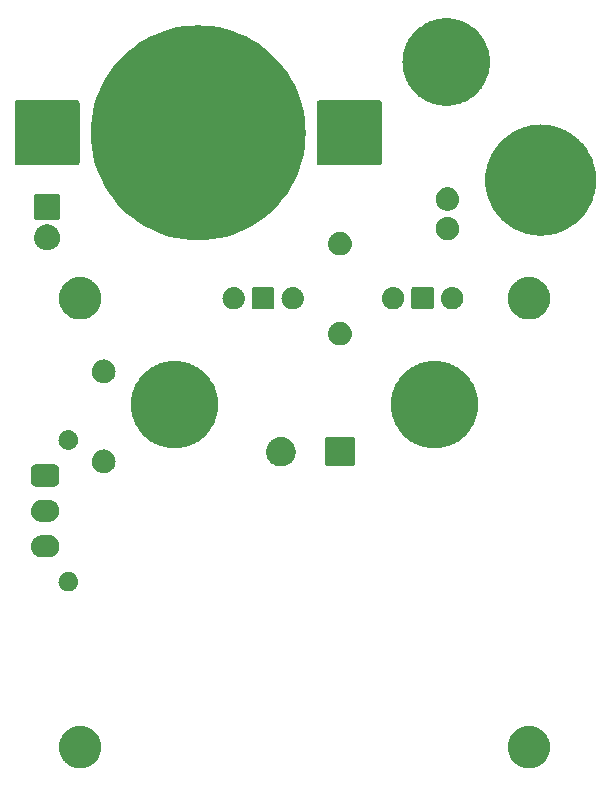
<source format=gbr>
G04 #@! TF.GenerationSoftware,KiCad,Pcbnew,7.0.8-7.0.8~ubuntu22.04.1*
G04 #@! TF.CreationDate,2024-03-20T18:35:26+09:00*
G04 #@! TF.ProjectId,emeater,656d6561-7465-4722-9e6b-696361645f70,rev?*
G04 #@! TF.SameCoordinates,Original*
G04 #@! TF.FileFunction,Soldermask,Top*
G04 #@! TF.FilePolarity,Negative*
%FSLAX46Y46*%
G04 Gerber Fmt 4.6, Leading zero omitted, Abs format (unit mm)*
G04 Created by KiCad (PCBNEW 7.0.8-7.0.8~ubuntu22.04.1) date 2024-03-20 18:35:26*
%MOMM*%
%LPD*%
G01*
G04 APERTURE LIST*
G04 APERTURE END LIST*
G36*
X106065909Y-117205033D02*
G01*
X106134514Y-117205033D01*
X106196466Y-117214370D01*
X106256127Y-117218638D01*
X106326856Y-117234024D01*
X106400538Y-117245130D01*
X106454679Y-117261830D01*
X106507023Y-117273217D01*
X106580779Y-117300726D01*
X106657614Y-117324427D01*
X106703267Y-117346412D01*
X106747614Y-117362953D01*
X106822318Y-117403744D01*
X106900000Y-117441154D01*
X106936888Y-117466304D01*
X106972981Y-117486012D01*
X107046319Y-117540912D01*
X107122282Y-117592703D01*
X107150589Y-117618968D01*
X107178537Y-117639890D01*
X107247997Y-117709350D01*
X107319493Y-117775689D01*
X107339799Y-117801152D01*
X107360109Y-117821462D01*
X107423099Y-117905607D01*
X107487230Y-117986024D01*
X107500482Y-118008978D01*
X107513987Y-118027018D01*
X107567856Y-118125672D01*
X107621744Y-118219009D01*
X107629213Y-118238040D01*
X107637046Y-118252385D01*
X107679207Y-118365423D01*
X107720031Y-118469441D01*
X107723227Y-118483446D01*
X107726782Y-118492976D01*
X107754809Y-118621816D01*
X107779895Y-118731724D01*
X107780513Y-118739975D01*
X107781361Y-118743872D01*
X107792985Y-118906395D01*
X107800000Y-119000000D01*
X107792984Y-119093611D01*
X107781361Y-119256127D01*
X107780513Y-119260022D01*
X107779895Y-119268276D01*
X107754804Y-119378203D01*
X107726782Y-119507023D01*
X107723228Y-119516551D01*
X107720031Y-119530559D01*
X107679199Y-119634595D01*
X107637046Y-119747614D01*
X107629214Y-119761956D01*
X107621744Y-119780991D01*
X107567846Y-119874344D01*
X107513987Y-119972981D01*
X107500485Y-119991016D01*
X107487230Y-120013976D01*
X107423087Y-120094407D01*
X107360109Y-120178537D01*
X107339803Y-120198842D01*
X107319493Y-120224311D01*
X107247984Y-120290661D01*
X107178537Y-120360109D01*
X107150595Y-120381026D01*
X107122282Y-120407297D01*
X107046304Y-120459097D01*
X106972981Y-120513987D01*
X106936895Y-120533690D01*
X106900000Y-120558846D01*
X106822303Y-120596262D01*
X106747614Y-120637046D01*
X106703276Y-120653583D01*
X106657614Y-120675573D01*
X106580764Y-120699277D01*
X106507023Y-120726782D01*
X106454690Y-120738166D01*
X106400538Y-120754870D01*
X106326841Y-120765978D01*
X106256127Y-120781361D01*
X106196478Y-120785627D01*
X106134514Y-120794967D01*
X106065895Y-120794967D01*
X106000000Y-120799680D01*
X105934105Y-120794967D01*
X105865486Y-120794967D01*
X105803521Y-120785627D01*
X105743872Y-120781361D01*
X105673155Y-120765977D01*
X105599462Y-120754870D01*
X105545311Y-120738166D01*
X105492976Y-120726782D01*
X105419229Y-120699276D01*
X105342386Y-120675573D01*
X105296726Y-120653584D01*
X105252385Y-120637046D01*
X105177688Y-120596258D01*
X105100000Y-120558846D01*
X105063108Y-120533693D01*
X105027018Y-120513987D01*
X104953684Y-120459089D01*
X104877718Y-120407297D01*
X104849409Y-120381029D01*
X104821462Y-120360109D01*
X104752002Y-120290649D01*
X104680507Y-120224311D01*
X104660200Y-120198847D01*
X104639890Y-120178537D01*
X104576895Y-120094387D01*
X104512770Y-120013976D01*
X104499517Y-119991022D01*
X104486012Y-119972981D01*
X104432135Y-119874312D01*
X104378256Y-119780991D01*
X104370788Y-119761962D01*
X104362953Y-119747614D01*
X104320780Y-119634544D01*
X104279969Y-119530559D01*
X104276773Y-119516558D01*
X104273217Y-119507023D01*
X104245173Y-119378110D01*
X104220105Y-119268276D01*
X104219487Y-119260029D01*
X104218638Y-119256127D01*
X104206993Y-119093319D01*
X104200000Y-119000000D01*
X104206992Y-118906688D01*
X104218638Y-118743872D01*
X104219487Y-118739968D01*
X104220105Y-118731724D01*
X104245169Y-118621910D01*
X104273217Y-118492976D01*
X104276773Y-118483439D01*
X104279969Y-118469441D01*
X104320772Y-118365474D01*
X104362953Y-118252385D01*
X104370789Y-118238033D01*
X104378256Y-118219009D01*
X104432125Y-118125704D01*
X104486012Y-118027018D01*
X104499520Y-118008972D01*
X104512770Y-117986024D01*
X104576883Y-117905628D01*
X104639890Y-117821462D01*
X104660204Y-117801147D01*
X104680507Y-117775689D01*
X104751988Y-117709363D01*
X104821462Y-117639890D01*
X104849414Y-117618964D01*
X104877718Y-117592703D01*
X104953669Y-117540920D01*
X105027018Y-117486012D01*
X105063115Y-117466301D01*
X105100000Y-117441154D01*
X105177672Y-117403748D01*
X105252385Y-117362953D01*
X105296735Y-117346410D01*
X105342386Y-117324427D01*
X105419214Y-117300728D01*
X105492976Y-117273217D01*
X105545322Y-117261829D01*
X105599462Y-117245130D01*
X105673140Y-117234024D01*
X105743872Y-117218638D01*
X105803534Y-117214370D01*
X105865486Y-117205033D01*
X105934091Y-117205033D01*
X106000000Y-117200319D01*
X106065909Y-117205033D01*
G37*
G36*
X144065909Y-117205033D02*
G01*
X144134514Y-117205033D01*
X144196466Y-117214370D01*
X144256127Y-117218638D01*
X144326856Y-117234024D01*
X144400538Y-117245130D01*
X144454679Y-117261830D01*
X144507023Y-117273217D01*
X144580779Y-117300726D01*
X144657614Y-117324427D01*
X144703267Y-117346412D01*
X144747614Y-117362953D01*
X144822318Y-117403744D01*
X144900000Y-117441154D01*
X144936888Y-117466304D01*
X144972981Y-117486012D01*
X145046319Y-117540912D01*
X145122282Y-117592703D01*
X145150589Y-117618968D01*
X145178537Y-117639890D01*
X145247997Y-117709350D01*
X145319493Y-117775689D01*
X145339799Y-117801152D01*
X145360109Y-117821462D01*
X145423099Y-117905607D01*
X145487230Y-117986024D01*
X145500482Y-118008978D01*
X145513987Y-118027018D01*
X145567856Y-118125672D01*
X145621744Y-118219009D01*
X145629213Y-118238040D01*
X145637046Y-118252385D01*
X145679207Y-118365423D01*
X145720031Y-118469441D01*
X145723227Y-118483446D01*
X145726782Y-118492976D01*
X145754809Y-118621816D01*
X145779895Y-118731724D01*
X145780513Y-118739975D01*
X145781361Y-118743872D01*
X145792985Y-118906395D01*
X145800000Y-119000000D01*
X145792984Y-119093611D01*
X145781361Y-119256127D01*
X145780513Y-119260022D01*
X145779895Y-119268276D01*
X145754804Y-119378203D01*
X145726782Y-119507023D01*
X145723228Y-119516551D01*
X145720031Y-119530559D01*
X145679199Y-119634595D01*
X145637046Y-119747614D01*
X145629214Y-119761956D01*
X145621744Y-119780991D01*
X145567846Y-119874344D01*
X145513987Y-119972981D01*
X145500485Y-119991016D01*
X145487230Y-120013976D01*
X145423087Y-120094407D01*
X145360109Y-120178537D01*
X145339803Y-120198842D01*
X145319493Y-120224311D01*
X145247984Y-120290661D01*
X145178537Y-120360109D01*
X145150595Y-120381026D01*
X145122282Y-120407297D01*
X145046304Y-120459097D01*
X144972981Y-120513987D01*
X144936895Y-120533690D01*
X144900000Y-120558846D01*
X144822303Y-120596262D01*
X144747614Y-120637046D01*
X144703276Y-120653583D01*
X144657614Y-120675573D01*
X144580764Y-120699277D01*
X144507023Y-120726782D01*
X144454690Y-120738166D01*
X144400538Y-120754870D01*
X144326841Y-120765978D01*
X144256127Y-120781361D01*
X144196478Y-120785627D01*
X144134514Y-120794967D01*
X144065895Y-120794967D01*
X144000000Y-120799680D01*
X143934105Y-120794967D01*
X143865486Y-120794967D01*
X143803521Y-120785627D01*
X143743872Y-120781361D01*
X143673155Y-120765977D01*
X143599462Y-120754870D01*
X143545311Y-120738166D01*
X143492976Y-120726782D01*
X143419229Y-120699276D01*
X143342386Y-120675573D01*
X143296726Y-120653584D01*
X143252385Y-120637046D01*
X143177688Y-120596258D01*
X143100000Y-120558846D01*
X143063108Y-120533693D01*
X143027018Y-120513987D01*
X142953684Y-120459089D01*
X142877718Y-120407297D01*
X142849409Y-120381029D01*
X142821462Y-120360109D01*
X142752002Y-120290649D01*
X142680507Y-120224311D01*
X142660200Y-120198847D01*
X142639890Y-120178537D01*
X142576895Y-120094387D01*
X142512770Y-120013976D01*
X142499517Y-119991022D01*
X142486012Y-119972981D01*
X142432135Y-119874312D01*
X142378256Y-119780991D01*
X142370788Y-119761962D01*
X142362953Y-119747614D01*
X142320780Y-119634544D01*
X142279969Y-119530559D01*
X142276773Y-119516558D01*
X142273217Y-119507023D01*
X142245173Y-119378110D01*
X142220105Y-119268276D01*
X142219487Y-119260029D01*
X142218638Y-119256127D01*
X142206993Y-119093319D01*
X142200000Y-119000000D01*
X142206992Y-118906688D01*
X142218638Y-118743872D01*
X142219487Y-118739968D01*
X142220105Y-118731724D01*
X142245169Y-118621910D01*
X142273217Y-118492976D01*
X142276773Y-118483439D01*
X142279969Y-118469441D01*
X142320772Y-118365474D01*
X142362953Y-118252385D01*
X142370789Y-118238033D01*
X142378256Y-118219009D01*
X142432125Y-118125704D01*
X142486012Y-118027018D01*
X142499520Y-118008972D01*
X142512770Y-117986024D01*
X142576883Y-117905628D01*
X142639890Y-117821462D01*
X142660204Y-117801147D01*
X142680507Y-117775689D01*
X142751988Y-117709363D01*
X142821462Y-117639890D01*
X142849414Y-117618964D01*
X142877718Y-117592703D01*
X142953669Y-117540920D01*
X143027018Y-117486012D01*
X143063115Y-117466301D01*
X143100000Y-117441154D01*
X143177672Y-117403748D01*
X143252385Y-117362953D01*
X143296735Y-117346410D01*
X143342386Y-117324427D01*
X143419214Y-117300728D01*
X143492976Y-117273217D01*
X143545322Y-117261829D01*
X143599462Y-117245130D01*
X143673140Y-117234024D01*
X143743872Y-117218638D01*
X143803534Y-117214370D01*
X143865486Y-117205033D01*
X143934091Y-117205033D01*
X144000000Y-117200319D01*
X144065909Y-117205033D01*
G37*
G36*
X105040308Y-104169574D02*
G01*
X105087281Y-104169574D01*
X105127840Y-104178195D01*
X105162784Y-104181637D01*
X105206684Y-104194954D01*
X105258029Y-104205868D01*
X105290885Y-104220496D01*
X105319309Y-104229119D01*
X105364478Y-104253262D01*
X105417500Y-104276869D01*
X105442149Y-104294777D01*
X105463564Y-104306224D01*
X105507245Y-104342073D01*
X105558724Y-104379474D01*
X105575439Y-104398038D01*
X105590006Y-104409993D01*
X105629151Y-104457691D01*
X105675529Y-104509199D01*
X105685271Y-104526073D01*
X105693775Y-104536435D01*
X105725232Y-104595287D01*
X105762810Y-104660375D01*
X105767132Y-104673679D01*
X105770880Y-104680690D01*
X105791542Y-104748805D01*
X105816753Y-104826394D01*
X105817640Y-104834835D01*
X105818362Y-104837215D01*
X105825385Y-104908526D01*
X105835000Y-105000000D01*
X105825384Y-105091481D01*
X105818362Y-105162784D01*
X105817640Y-105165162D01*
X105816753Y-105173606D01*
X105791538Y-105251208D01*
X105770880Y-105319309D01*
X105767133Y-105326317D01*
X105762810Y-105339625D01*
X105725224Y-105404724D01*
X105693775Y-105463564D01*
X105685273Y-105473923D01*
X105675529Y-105490801D01*
X105629142Y-105542318D01*
X105590006Y-105590006D01*
X105575443Y-105601957D01*
X105558724Y-105620526D01*
X105507235Y-105657934D01*
X105463564Y-105693775D01*
X105442154Y-105705218D01*
X105417500Y-105723131D01*
X105364467Y-105746742D01*
X105319309Y-105770880D01*
X105290892Y-105779500D01*
X105258029Y-105794132D01*
X105206673Y-105805048D01*
X105162784Y-105818362D01*
X105127849Y-105821802D01*
X105087281Y-105830426D01*
X105040297Y-105830426D01*
X105000000Y-105834395D01*
X104959702Y-105830426D01*
X104912719Y-105830426D01*
X104872150Y-105821802D01*
X104837215Y-105818362D01*
X104793323Y-105805047D01*
X104741971Y-105794132D01*
X104709109Y-105779500D01*
X104680690Y-105770880D01*
X104635526Y-105746739D01*
X104582500Y-105723131D01*
X104557848Y-105705220D01*
X104536435Y-105693775D01*
X104492756Y-105657928D01*
X104441276Y-105620526D01*
X104424559Y-105601960D01*
X104409993Y-105590006D01*
X104370846Y-105542306D01*
X104324471Y-105490801D01*
X104314729Y-105473927D01*
X104306224Y-105463564D01*
X104274761Y-105404701D01*
X104237190Y-105339625D01*
X104232867Y-105326322D01*
X104229119Y-105319309D01*
X104208446Y-105251162D01*
X104183247Y-105173606D01*
X104182360Y-105165167D01*
X104181637Y-105162784D01*
X104174599Y-105091330D01*
X104165000Y-105000000D01*
X104174598Y-104908677D01*
X104181637Y-104837215D01*
X104182360Y-104834830D01*
X104183247Y-104826394D01*
X104208441Y-104748852D01*
X104229119Y-104680690D01*
X104232868Y-104673674D01*
X104237190Y-104660375D01*
X104274754Y-104595311D01*
X104306224Y-104536435D01*
X104314731Y-104526069D01*
X104324471Y-104509199D01*
X104370837Y-104457704D01*
X104409993Y-104409993D01*
X104424563Y-104398035D01*
X104441276Y-104379474D01*
X104492745Y-104342079D01*
X104536435Y-104306224D01*
X104557853Y-104294775D01*
X104582500Y-104276869D01*
X104635515Y-104253265D01*
X104680690Y-104229119D01*
X104709116Y-104220495D01*
X104741971Y-104205868D01*
X104793311Y-104194955D01*
X104837215Y-104181637D01*
X104872159Y-104178195D01*
X104912719Y-104169574D01*
X104959692Y-104169574D01*
X105000000Y-104165604D01*
X105040308Y-104169574D01*
G37*
G36*
X103345902Y-101052327D02*
G01*
X103387305Y-101054300D01*
X103388202Y-101054472D01*
X103396110Y-101054874D01*
X103484001Y-101072936D01*
X103567484Y-101089026D01*
X103572958Y-101091217D01*
X103584395Y-101093568D01*
X103661787Y-101126779D01*
X103735053Y-101156111D01*
X103744931Y-101162459D01*
X103761037Y-101169371D01*
X103825487Y-101214229D01*
X103886901Y-101253698D01*
X103899627Y-101265833D01*
X103918804Y-101279180D01*
X103968929Y-101331911D01*
X104017533Y-101378255D01*
X104031121Y-101397337D01*
X104051237Y-101418499D01*
X104086662Y-101475334D01*
X104122229Y-101525281D01*
X104134384Y-101551898D01*
X104152914Y-101581626D01*
X104174163Y-101639000D01*
X104197212Y-101689470D01*
X104205485Y-101723571D01*
X104219673Y-101761880D01*
X104228059Y-101816624D01*
X104239768Y-101864886D01*
X104241714Y-101905757D01*
X104248781Y-101951883D01*
X104246269Y-102001395D01*
X104248355Y-102045172D01*
X104241703Y-102091434D01*
X104239045Y-102143856D01*
X104228074Y-102186225D01*
X104222667Y-102223839D01*
X104205475Y-102273511D01*
X104190865Y-102329940D01*
X104174155Y-102364004D01*
X104163632Y-102394410D01*
X104134432Y-102444984D01*
X104106212Y-102502516D01*
X104086555Y-102527910D01*
X104073385Y-102550722D01*
X104031331Y-102599253D01*
X103988553Y-102654519D01*
X103968602Y-102671645D01*
X103955181Y-102687135D01*
X103900118Y-102730437D01*
X103842705Y-102779725D01*
X103824827Y-102789648D01*
X103813299Y-102798714D01*
X103745794Y-102833514D01*
X103674638Y-102873010D01*
X103660704Y-102877381D01*
X103652871Y-102881420D01*
X103574336Y-102904479D01*
X103491234Y-102930553D01*
X103482519Y-102931439D01*
X103479680Y-102932273D01*
X103391745Y-102940670D01*
X103300000Y-102950000D01*
X103294045Y-102950000D01*
X102782967Y-102950000D01*
X102780000Y-102950000D01*
X102733929Y-102947663D01*
X102692694Y-102945699D01*
X102691803Y-102945527D01*
X102683890Y-102945126D01*
X102595935Y-102927050D01*
X102512515Y-102910973D01*
X102507044Y-102908782D01*
X102495605Y-102906432D01*
X102418192Y-102873211D01*
X102344946Y-102843888D01*
X102335069Y-102837541D01*
X102318963Y-102830629D01*
X102254505Y-102785765D01*
X102193098Y-102746301D01*
X102180372Y-102734167D01*
X102161196Y-102720820D01*
X102111070Y-102668088D01*
X102062466Y-102621744D01*
X102048877Y-102602661D01*
X102028763Y-102581501D01*
X101993339Y-102524668D01*
X101957770Y-102474718D01*
X101945613Y-102448098D01*
X101927086Y-102418374D01*
X101905838Y-102361005D01*
X101882787Y-102310529D01*
X101874512Y-102276422D01*
X101860327Y-102238120D01*
X101851941Y-102183384D01*
X101840231Y-102135113D01*
X101838283Y-102094233D01*
X101831219Y-102048117D01*
X101833729Y-101998613D01*
X101831644Y-101954827D01*
X101838297Y-101908553D01*
X101840955Y-101856144D01*
X101851922Y-101813784D01*
X101857332Y-101776160D01*
X101874528Y-101726472D01*
X101889135Y-101670060D01*
X101905840Y-101636004D01*
X101916367Y-101605589D01*
X101945576Y-101554996D01*
X101973788Y-101497484D01*
X101993438Y-101472097D01*
X102006614Y-101449277D01*
X102048684Y-101400725D01*
X102091447Y-101345481D01*
X102111389Y-101328360D01*
X102124818Y-101312864D01*
X102179906Y-101269541D01*
X102237295Y-101220275D01*
X102255165Y-101210356D01*
X102266700Y-101201285D01*
X102334243Y-101166463D01*
X102405362Y-101126990D01*
X102419288Y-101122620D01*
X102427128Y-101118579D01*
X102505728Y-101095500D01*
X102588766Y-101069447D01*
X102597473Y-101068561D01*
X102600319Y-101067726D01*
X102688347Y-101059320D01*
X102780000Y-101050000D01*
X103300000Y-101050000D01*
X103345902Y-101052327D01*
G37*
G36*
X103345902Y-98052327D02*
G01*
X103387305Y-98054300D01*
X103388202Y-98054472D01*
X103396110Y-98054874D01*
X103484001Y-98072936D01*
X103567484Y-98089026D01*
X103572958Y-98091217D01*
X103584395Y-98093568D01*
X103661787Y-98126779D01*
X103735053Y-98156111D01*
X103744931Y-98162459D01*
X103761037Y-98169371D01*
X103825487Y-98214229D01*
X103886901Y-98253698D01*
X103899627Y-98265833D01*
X103918804Y-98279180D01*
X103968929Y-98331911D01*
X104017533Y-98378255D01*
X104031121Y-98397337D01*
X104051237Y-98418499D01*
X104086662Y-98475334D01*
X104122229Y-98525281D01*
X104134384Y-98551898D01*
X104152914Y-98581626D01*
X104174163Y-98639000D01*
X104197212Y-98689470D01*
X104205485Y-98723571D01*
X104219673Y-98761880D01*
X104228059Y-98816624D01*
X104239768Y-98864886D01*
X104241714Y-98905757D01*
X104248781Y-98951883D01*
X104246269Y-99001395D01*
X104248355Y-99045172D01*
X104241703Y-99091434D01*
X104239045Y-99143856D01*
X104228074Y-99186225D01*
X104222667Y-99223839D01*
X104205475Y-99273511D01*
X104190865Y-99329940D01*
X104174155Y-99364004D01*
X104163632Y-99394410D01*
X104134432Y-99444984D01*
X104106212Y-99502516D01*
X104086555Y-99527910D01*
X104073385Y-99550722D01*
X104031331Y-99599253D01*
X103988553Y-99654519D01*
X103968602Y-99671645D01*
X103955181Y-99687135D01*
X103900118Y-99730437D01*
X103842705Y-99779725D01*
X103824827Y-99789648D01*
X103813299Y-99798714D01*
X103745794Y-99833514D01*
X103674638Y-99873010D01*
X103660704Y-99877381D01*
X103652871Y-99881420D01*
X103574336Y-99904479D01*
X103491234Y-99930553D01*
X103482519Y-99931439D01*
X103479680Y-99932273D01*
X103391745Y-99940670D01*
X103300000Y-99950000D01*
X103294045Y-99950000D01*
X102782967Y-99950000D01*
X102780000Y-99950000D01*
X102733929Y-99947663D01*
X102692694Y-99945699D01*
X102691803Y-99945527D01*
X102683890Y-99945126D01*
X102595935Y-99927050D01*
X102512515Y-99910973D01*
X102507044Y-99908782D01*
X102495605Y-99906432D01*
X102418192Y-99873211D01*
X102344946Y-99843888D01*
X102335069Y-99837541D01*
X102318963Y-99830629D01*
X102254505Y-99785765D01*
X102193098Y-99746301D01*
X102180372Y-99734167D01*
X102161196Y-99720820D01*
X102111070Y-99668088D01*
X102062466Y-99621744D01*
X102048877Y-99602661D01*
X102028763Y-99581501D01*
X101993339Y-99524668D01*
X101957770Y-99474718D01*
X101945613Y-99448098D01*
X101927086Y-99418374D01*
X101905838Y-99361005D01*
X101882787Y-99310529D01*
X101874512Y-99276422D01*
X101860327Y-99238120D01*
X101851941Y-99183384D01*
X101840231Y-99135113D01*
X101838283Y-99094233D01*
X101831219Y-99048117D01*
X101833729Y-98998613D01*
X101831644Y-98954827D01*
X101838297Y-98908553D01*
X101840955Y-98856144D01*
X101851922Y-98813784D01*
X101857332Y-98776160D01*
X101874528Y-98726472D01*
X101889135Y-98670060D01*
X101905840Y-98636004D01*
X101916367Y-98605589D01*
X101945576Y-98554996D01*
X101973788Y-98497484D01*
X101993438Y-98472097D01*
X102006614Y-98449277D01*
X102048684Y-98400725D01*
X102091447Y-98345481D01*
X102111389Y-98328360D01*
X102124818Y-98312864D01*
X102179906Y-98269541D01*
X102237295Y-98220275D01*
X102255165Y-98210356D01*
X102266700Y-98201285D01*
X102334243Y-98166463D01*
X102405362Y-98126990D01*
X102419288Y-98122620D01*
X102427128Y-98118579D01*
X102505728Y-98095500D01*
X102588766Y-98069447D01*
X102597473Y-98068561D01*
X102600319Y-98067726D01*
X102688347Y-98059320D01*
X102780000Y-98050000D01*
X103300000Y-98050000D01*
X103345902Y-98052327D01*
G37*
G36*
X103883659Y-95057845D02*
G01*
X103903122Y-95064655D01*
X103916190Y-95066376D01*
X103960551Y-95084750D01*
X104010270Y-95102148D01*
X104020140Y-95109433D01*
X104024460Y-95111222D01*
X104072171Y-95147832D01*
X104118198Y-95181802D01*
X104152172Y-95227836D01*
X104188777Y-95275539D01*
X104190565Y-95279857D01*
X104197852Y-95289730D01*
X104215252Y-95339457D01*
X104233623Y-95383809D01*
X104235343Y-95396873D01*
X104242155Y-95416341D01*
X104249999Y-95500002D01*
X104249999Y-95508189D01*
X104250000Y-95508197D01*
X104250000Y-96491802D01*
X104250000Y-96499999D01*
X104242155Y-96583659D01*
X104235342Y-96603126D01*
X104233623Y-96616190D01*
X104215254Y-96660536D01*
X104197852Y-96710270D01*
X104190564Y-96720143D01*
X104188777Y-96724460D01*
X104152192Y-96772137D01*
X104118198Y-96818198D01*
X104072137Y-96852192D01*
X104024460Y-96888777D01*
X104020143Y-96890564D01*
X104010270Y-96897852D01*
X103960536Y-96915254D01*
X103916190Y-96933623D01*
X103903126Y-96935342D01*
X103883659Y-96942155D01*
X103799998Y-96949999D01*
X103791810Y-96949999D01*
X103791803Y-96950000D01*
X102288197Y-96950000D01*
X102288196Y-96949999D01*
X102280001Y-96950000D01*
X102196341Y-96942155D01*
X102176873Y-96935343D01*
X102163809Y-96933623D01*
X102119457Y-96915252D01*
X102069730Y-96897852D01*
X102059857Y-96890565D01*
X102055539Y-96888777D01*
X102007836Y-96852172D01*
X101961802Y-96818198D01*
X101927832Y-96772171D01*
X101891222Y-96724460D01*
X101889433Y-96720140D01*
X101882148Y-96710270D01*
X101864750Y-96660551D01*
X101846376Y-96616190D01*
X101844655Y-96603122D01*
X101837845Y-96583659D01*
X101830001Y-96499998D01*
X101830000Y-96491809D01*
X101830000Y-96491802D01*
X101830000Y-95508197D01*
X101830000Y-95508196D01*
X101830000Y-95500001D01*
X101837845Y-95416341D01*
X101844655Y-95396877D01*
X101846376Y-95383809D01*
X101864753Y-95339441D01*
X101882148Y-95289730D01*
X101889432Y-95279860D01*
X101891222Y-95275539D01*
X101927852Y-95227802D01*
X101961802Y-95181802D01*
X102007802Y-95147852D01*
X102055539Y-95111222D01*
X102059860Y-95109432D01*
X102069730Y-95102148D01*
X102119441Y-95084753D01*
X102163809Y-95066376D01*
X102176877Y-95064655D01*
X102196341Y-95057845D01*
X102280002Y-95050001D01*
X102288189Y-95050000D01*
X102288197Y-95050000D01*
X103791803Y-95050000D01*
X103799999Y-95050000D01*
X103883659Y-95057845D01*
G37*
G36*
X108049130Y-93810000D02*
G01*
X108092663Y-93810000D01*
X108141148Y-93819063D01*
X108196034Y-93824469D01*
X108237725Y-93837115D01*
X108274837Y-93844053D01*
X108326234Y-93863964D01*
X108384535Y-93881650D01*
X108417850Y-93899457D01*
X108447650Y-93911002D01*
X108499423Y-93943059D01*
X108558259Y-93974507D01*
X108582979Y-93994794D01*
X108605216Y-94008563D01*
X108654491Y-94053483D01*
X108710528Y-94099472D01*
X108727133Y-94119705D01*
X108742173Y-94133416D01*
X108785829Y-94191226D01*
X108835493Y-94251741D01*
X108845097Y-94269709D01*
X108853860Y-94281313D01*
X108888729Y-94351340D01*
X108928350Y-94425465D01*
X108932574Y-94439392D01*
X108936467Y-94447209D01*
X108959460Y-94528022D01*
X108985531Y-94613966D01*
X108986387Y-94622661D01*
X108987184Y-94625461D01*
X108995462Y-94714799D01*
X109004839Y-94810000D01*
X108995461Y-94905209D01*
X108987184Y-94994538D01*
X108986387Y-94997337D01*
X108985531Y-95006034D01*
X108959455Y-95091992D01*
X108936467Y-95172790D01*
X108932575Y-95180604D01*
X108928350Y-95194535D01*
X108888722Y-95268673D01*
X108853860Y-95338686D01*
X108845098Y-95350287D01*
X108835493Y-95368259D01*
X108785820Y-95428785D01*
X108742173Y-95486583D01*
X108727136Y-95500290D01*
X108710528Y-95520528D01*
X108654480Y-95566525D01*
X108605216Y-95611436D01*
X108582984Y-95625201D01*
X108558259Y-95645493D01*
X108499412Y-95676947D01*
X108447650Y-95708997D01*
X108417857Y-95720538D01*
X108384535Y-95738350D01*
X108326222Y-95756038D01*
X108274837Y-95775946D01*
X108237732Y-95782882D01*
X108196034Y-95795531D01*
X108141145Y-95800937D01*
X108092663Y-95810000D01*
X108049130Y-95810000D01*
X108000000Y-95814839D01*
X107950870Y-95810000D01*
X107907337Y-95810000D01*
X107858854Y-95800937D01*
X107803966Y-95795531D01*
X107762269Y-95782882D01*
X107725162Y-95775946D01*
X107673772Y-95756037D01*
X107615465Y-95738350D01*
X107582145Y-95720540D01*
X107552349Y-95708997D01*
X107500580Y-95676943D01*
X107441741Y-95645493D01*
X107417018Y-95625203D01*
X107394783Y-95611436D01*
X107345509Y-95566516D01*
X107289472Y-95520528D01*
X107272866Y-95500294D01*
X107257826Y-95486583D01*
X107214167Y-95428769D01*
X107164507Y-95368259D01*
X107154903Y-95350292D01*
X107146139Y-95338686D01*
X107111262Y-95268645D01*
X107071650Y-95194535D01*
X107067425Y-95180609D01*
X107063532Y-95172790D01*
X107040528Y-95091939D01*
X107014469Y-95006034D01*
X107013612Y-94997342D01*
X107012815Y-94994538D01*
X107004521Y-94905037D01*
X106995161Y-94810000D01*
X107004520Y-94714970D01*
X107012815Y-94625461D01*
X107013613Y-94622655D01*
X107014469Y-94613966D01*
X107040523Y-94528075D01*
X107063532Y-94447209D01*
X107067426Y-94439387D01*
X107071650Y-94425465D01*
X107111255Y-94351367D01*
X107146139Y-94281313D01*
X107154905Y-94269704D01*
X107164507Y-94251741D01*
X107214157Y-94191241D01*
X107257826Y-94133416D01*
X107272869Y-94119701D01*
X107289472Y-94099472D01*
X107345498Y-94053492D01*
X107394783Y-94008563D01*
X107417023Y-93994792D01*
X107441741Y-93974507D01*
X107500568Y-93943063D01*
X107552349Y-93911002D01*
X107582151Y-93899456D01*
X107615465Y-93881650D01*
X107673760Y-93863966D01*
X107725162Y-93844053D01*
X107762276Y-93837115D01*
X107803966Y-93824469D01*
X107858851Y-93819063D01*
X107907337Y-93810000D01*
X107950870Y-93810000D01*
X108000000Y-93805161D01*
X108049130Y-93810000D01*
G37*
G36*
X123053676Y-92754696D02*
G01*
X123103189Y-92754696D01*
X123157755Y-92763801D01*
X123217060Y-92768990D01*
X123263637Y-92781470D01*
X123306752Y-92788665D01*
X123364589Y-92808520D01*
X123427525Y-92825384D01*
X123466075Y-92843360D01*
X123501947Y-92855675D01*
X123560883Y-92887569D01*
X123625000Y-92917468D01*
X123655185Y-92938603D01*
X123683448Y-92953899D01*
X123740977Y-92998676D01*
X123803485Y-93042444D01*
X123825515Y-93064474D01*
X123846312Y-93080661D01*
X123899736Y-93138695D01*
X123957556Y-93196515D01*
X123972149Y-93217357D01*
X123986086Y-93232496D01*
X124032585Y-93303668D01*
X124082532Y-93375000D01*
X124090868Y-93392876D01*
X124098965Y-93405270D01*
X124135719Y-93489060D01*
X124174616Y-93572475D01*
X124178238Y-93585993D01*
X124181867Y-93594266D01*
X124206165Y-93690218D01*
X124231010Y-93782940D01*
X124231730Y-93791172D01*
X124232529Y-93794327D01*
X124241889Y-93907296D01*
X124250000Y-94000000D01*
X124241888Y-94092711D01*
X124232529Y-94205672D01*
X124231730Y-94208825D01*
X124231010Y-94217060D01*
X124206160Y-94309798D01*
X124181867Y-94405733D01*
X124178238Y-94414004D01*
X124174616Y-94427525D01*
X124135711Y-94510955D01*
X124098965Y-94594729D01*
X124090869Y-94607119D01*
X124082532Y-94625000D01*
X124032575Y-94696345D01*
X123986086Y-94767503D01*
X123972152Y-94782638D01*
X123957556Y-94803485D01*
X123899725Y-94861315D01*
X123846312Y-94919338D01*
X123825519Y-94935521D01*
X123803485Y-94957556D01*
X123740964Y-95001332D01*
X123683448Y-95046100D01*
X123655191Y-95061391D01*
X123625000Y-95082532D01*
X123560870Y-95112436D01*
X123501947Y-95144324D01*
X123466083Y-95156635D01*
X123427525Y-95174616D01*
X123364575Y-95191483D01*
X123306752Y-95211334D01*
X123263645Y-95218527D01*
X123217060Y-95231010D01*
X123157751Y-95236198D01*
X123103189Y-95245304D01*
X123053676Y-95245304D01*
X123000000Y-95250000D01*
X122946324Y-95245304D01*
X122896811Y-95245304D01*
X122842247Y-95236198D01*
X122782940Y-95231010D01*
X122736356Y-95218527D01*
X122693247Y-95211334D01*
X122635419Y-95191481D01*
X122572475Y-95174616D01*
X122533918Y-95156637D01*
X122498052Y-95144324D01*
X122439122Y-95112432D01*
X122375000Y-95082532D01*
X122344811Y-95061394D01*
X122316551Y-95046100D01*
X122259025Y-95001325D01*
X122196515Y-94957556D01*
X122174483Y-94935524D01*
X122153687Y-94919338D01*
X122100262Y-94861303D01*
X122042444Y-94803485D01*
X122027850Y-94782642D01*
X122013913Y-94767503D01*
X121967409Y-94696324D01*
X121917468Y-94625000D01*
X121909132Y-94607125D01*
X121901034Y-94594729D01*
X121864271Y-94510919D01*
X121825384Y-94427525D01*
X121821762Y-94414010D01*
X121818132Y-94405733D01*
X121793821Y-94309730D01*
X121768990Y-94217060D01*
X121768270Y-94208831D01*
X121767470Y-94205672D01*
X121758092Y-94092495D01*
X121750000Y-94000000D01*
X121758091Y-93907512D01*
X121767470Y-93794327D01*
X121768270Y-93791166D01*
X121768990Y-93782940D01*
X121793816Y-93690286D01*
X121818132Y-93594266D01*
X121821763Y-93585987D01*
X121825384Y-93572475D01*
X121864264Y-93489096D01*
X121901034Y-93405270D01*
X121909134Y-93392871D01*
X121917468Y-93375000D01*
X121967399Y-93303689D01*
X122013913Y-93232496D01*
X122027853Y-93217352D01*
X122042444Y-93196515D01*
X122100250Y-93138708D01*
X122153687Y-93080661D01*
X122174488Y-93064470D01*
X122196515Y-93042444D01*
X122259012Y-92998683D01*
X122316551Y-92953899D01*
X122344817Y-92938601D01*
X122375000Y-92917468D01*
X122439109Y-92887573D01*
X122498052Y-92855675D01*
X122533927Y-92843359D01*
X122572475Y-92825384D01*
X122635406Y-92808521D01*
X122693247Y-92788665D01*
X122736364Y-92781469D01*
X122782940Y-92768990D01*
X122842244Y-92763801D01*
X122896811Y-92754696D01*
X122946324Y-92754696D01*
X123000000Y-92750000D01*
X123053676Y-92754696D01*
G37*
G36*
X129066043Y-92753191D02*
G01*
X129098727Y-92757494D01*
X129106948Y-92761327D01*
X129126537Y-92765224D01*
X129152480Y-92782559D01*
X129163608Y-92787748D01*
X129170378Y-92794518D01*
X129191421Y-92808579D01*
X129205481Y-92829621D01*
X129212251Y-92836391D01*
X129217438Y-92847516D01*
X129234776Y-92873463D01*
X129238672Y-92893053D01*
X129242505Y-92901272D01*
X129246806Y-92933945D01*
X129250000Y-92950000D01*
X129250000Y-95050000D01*
X129246805Y-95066058D01*
X129242505Y-95098727D01*
X129238673Y-95106944D01*
X129234776Y-95126537D01*
X129217437Y-95152485D01*
X129212251Y-95163608D01*
X129205483Y-95170375D01*
X129191421Y-95191421D01*
X129170375Y-95205483D01*
X129163608Y-95212251D01*
X129152485Y-95217437D01*
X129126537Y-95234776D01*
X129106944Y-95238673D01*
X129098727Y-95242505D01*
X129066056Y-95246806D01*
X129050000Y-95250000D01*
X126950000Y-95250000D01*
X126933943Y-95246806D01*
X126901272Y-95242505D01*
X126893053Y-95238672D01*
X126873463Y-95234776D01*
X126847516Y-95217438D01*
X126836391Y-95212251D01*
X126829621Y-95205481D01*
X126808579Y-95191421D01*
X126794518Y-95170378D01*
X126787748Y-95163608D01*
X126782559Y-95152480D01*
X126765224Y-95126537D01*
X126761327Y-95106948D01*
X126757494Y-95098727D01*
X126753190Y-95066041D01*
X126750000Y-95050000D01*
X126750000Y-92950000D01*
X126753190Y-92933958D01*
X126757494Y-92901272D01*
X126761327Y-92893049D01*
X126765224Y-92873463D01*
X126782557Y-92847521D01*
X126787748Y-92836391D01*
X126794520Y-92829618D01*
X126808579Y-92808579D01*
X126829618Y-92794520D01*
X126836391Y-92787748D01*
X126847521Y-92782557D01*
X126873463Y-92765224D01*
X126893049Y-92761327D01*
X126901272Y-92757494D01*
X126933960Y-92753190D01*
X126950000Y-92750000D01*
X129050000Y-92750000D01*
X129066043Y-92753191D01*
G37*
G36*
X105040308Y-92169574D02*
G01*
X105087281Y-92169574D01*
X105127840Y-92178195D01*
X105162784Y-92181637D01*
X105206684Y-92194954D01*
X105258029Y-92205868D01*
X105290885Y-92220496D01*
X105319309Y-92229119D01*
X105364478Y-92253262D01*
X105417500Y-92276869D01*
X105442149Y-92294777D01*
X105463564Y-92306224D01*
X105507245Y-92342073D01*
X105558724Y-92379474D01*
X105575439Y-92398038D01*
X105590006Y-92409993D01*
X105629151Y-92457691D01*
X105675529Y-92509199D01*
X105685271Y-92526073D01*
X105693775Y-92536435D01*
X105725232Y-92595287D01*
X105762810Y-92660375D01*
X105767132Y-92673679D01*
X105770880Y-92680690D01*
X105791542Y-92748805D01*
X105816753Y-92826394D01*
X105817640Y-92834835D01*
X105818362Y-92837215D01*
X105825385Y-92908526D01*
X105835000Y-93000000D01*
X105825384Y-93091481D01*
X105818362Y-93162784D01*
X105817640Y-93165162D01*
X105816753Y-93173606D01*
X105791538Y-93251208D01*
X105770880Y-93319309D01*
X105767133Y-93326317D01*
X105762810Y-93339625D01*
X105725224Y-93404724D01*
X105693775Y-93463564D01*
X105685273Y-93473923D01*
X105675529Y-93490801D01*
X105629142Y-93542318D01*
X105590006Y-93590006D01*
X105575443Y-93601957D01*
X105558724Y-93620526D01*
X105507235Y-93657934D01*
X105463564Y-93693775D01*
X105442154Y-93705218D01*
X105417500Y-93723131D01*
X105364467Y-93746742D01*
X105319309Y-93770880D01*
X105290892Y-93779500D01*
X105258029Y-93794132D01*
X105206673Y-93805048D01*
X105162784Y-93818362D01*
X105127849Y-93821802D01*
X105087281Y-93830426D01*
X105040297Y-93830426D01*
X105000000Y-93834395D01*
X104959702Y-93830426D01*
X104912719Y-93830426D01*
X104872150Y-93821802D01*
X104837215Y-93818362D01*
X104793323Y-93805047D01*
X104741971Y-93794132D01*
X104709109Y-93779500D01*
X104680690Y-93770880D01*
X104635526Y-93746739D01*
X104582500Y-93723131D01*
X104557848Y-93705220D01*
X104536435Y-93693775D01*
X104492756Y-93657928D01*
X104441276Y-93620526D01*
X104424559Y-93601960D01*
X104409993Y-93590006D01*
X104370846Y-93542306D01*
X104324471Y-93490801D01*
X104314729Y-93473927D01*
X104306224Y-93463564D01*
X104274761Y-93404701D01*
X104237190Y-93339625D01*
X104232867Y-93326322D01*
X104229119Y-93319309D01*
X104208446Y-93251162D01*
X104183247Y-93173606D01*
X104182360Y-93165167D01*
X104181637Y-93162784D01*
X104174599Y-93091330D01*
X104165000Y-93000000D01*
X104174598Y-92908677D01*
X104181637Y-92837215D01*
X104182360Y-92834830D01*
X104183247Y-92826394D01*
X104208441Y-92748852D01*
X104229119Y-92680690D01*
X104232868Y-92673674D01*
X104237190Y-92660375D01*
X104274754Y-92595311D01*
X104306224Y-92536435D01*
X104314731Y-92526069D01*
X104324471Y-92509199D01*
X104370837Y-92457704D01*
X104409993Y-92409993D01*
X104424563Y-92398035D01*
X104441276Y-92379474D01*
X104492745Y-92342079D01*
X104536435Y-92306224D01*
X104557853Y-92294775D01*
X104582500Y-92276869D01*
X104635515Y-92253265D01*
X104680690Y-92229119D01*
X104709116Y-92220495D01*
X104741971Y-92205868D01*
X104793311Y-92194955D01*
X104837215Y-92181637D01*
X104872159Y-92178195D01*
X104912719Y-92169574D01*
X104959692Y-92169574D01*
X105000000Y-92165604D01*
X105040308Y-92169574D01*
G37*
G36*
X114093669Y-86304909D02*
G01*
X114187390Y-86304909D01*
X114287052Y-86315043D01*
X114386755Y-86320269D01*
X114473425Y-86333996D01*
X114560264Y-86342827D01*
X114664747Y-86364298D01*
X114769273Y-86380854D01*
X114848145Y-86401987D01*
X114927376Y-86418270D01*
X115035392Y-86452160D01*
X115143363Y-86481091D01*
X115213899Y-86508167D01*
X115284967Y-86530465D01*
X115395031Y-86577697D01*
X115504926Y-86619882D01*
X115566810Y-86651413D01*
X115629393Y-86678270D01*
X115739917Y-86739616D01*
X115850000Y-86795706D01*
X115903104Y-86830192D01*
X115957074Y-86860148D01*
X116066332Y-86936194D01*
X116174805Y-87006637D01*
X116219248Y-87042626D01*
X116264696Y-87074259D01*
X116370894Y-87165427D01*
X116475783Y-87250364D01*
X116511862Y-87286443D01*
X116549070Y-87318385D01*
X116650338Y-87424919D01*
X116749636Y-87524217D01*
X116777867Y-87559080D01*
X116807280Y-87590022D01*
X116901653Y-87711943D01*
X116993363Y-87825195D01*
X117014444Y-87857658D01*
X117036691Y-87886398D01*
X117122241Y-88023649D01*
X117204294Y-88150000D01*
X117219061Y-88178982D01*
X117234941Y-88204459D01*
X117309767Y-88357002D01*
X117380118Y-88495074D01*
X117389560Y-88519673D01*
X117399997Y-88540949D01*
X117462236Y-88709000D01*
X117518909Y-88856637D01*
X117524124Y-88876103D01*
X117530161Y-88892401D01*
X117578003Y-89077182D01*
X117619146Y-89230727D01*
X117621331Y-89244522D01*
X117624102Y-89255225D01*
X117655866Y-89462570D01*
X117679731Y-89613245D01*
X117680137Y-89621002D01*
X117680856Y-89625692D01*
X117694992Y-89904459D01*
X117700000Y-90000000D01*
X117694992Y-90095548D01*
X117680856Y-90374307D01*
X117680137Y-90378996D01*
X117679731Y-90386755D01*
X117655861Y-90537458D01*
X117624102Y-90744774D01*
X117621331Y-90755474D01*
X117619146Y-90769273D01*
X117577996Y-90922846D01*
X117530161Y-91107598D01*
X117524125Y-91123893D01*
X117518909Y-91143363D01*
X117462226Y-91291027D01*
X117399997Y-91459050D01*
X117389562Y-91480322D01*
X117380118Y-91504926D01*
X117309754Y-91643022D01*
X117234941Y-91795540D01*
X117219064Y-91821011D01*
X117204294Y-91850000D01*
X117122225Y-91976373D01*
X117036691Y-92113601D01*
X117014449Y-92142335D01*
X116993363Y-92174805D01*
X116901636Y-92288078D01*
X116807280Y-92409977D01*
X116777873Y-92440913D01*
X116749636Y-92475783D01*
X116650319Y-92575099D01*
X116549070Y-92681614D01*
X116511869Y-92713549D01*
X116475783Y-92749636D01*
X116370874Y-92834589D01*
X116264696Y-92925740D01*
X116219257Y-92957366D01*
X116174805Y-92993363D01*
X116066311Y-93063819D01*
X115957074Y-93139851D01*
X115903114Y-93169800D01*
X115850000Y-93204294D01*
X115739895Y-93260395D01*
X115629393Y-93321729D01*
X115566822Y-93348580D01*
X115504926Y-93380118D01*
X115395009Y-93422310D01*
X115284967Y-93469534D01*
X115213913Y-93491827D01*
X115143363Y-93518909D01*
X115035370Y-93547845D01*
X114927376Y-93581729D01*
X114848161Y-93598007D01*
X114769273Y-93619146D01*
X114664725Y-93635704D01*
X114560264Y-93657172D01*
X114473439Y-93666001D01*
X114386755Y-93679731D01*
X114287047Y-93684956D01*
X114187390Y-93695091D01*
X114093669Y-93695091D01*
X114000000Y-93700000D01*
X113906331Y-93695091D01*
X113812610Y-93695091D01*
X113712952Y-93684956D01*
X113613245Y-93679731D01*
X113526562Y-93666001D01*
X113439735Y-93657172D01*
X113335269Y-93635703D01*
X113230727Y-93619146D01*
X113151841Y-93598008D01*
X113072623Y-93581729D01*
X112964622Y-93547843D01*
X112856637Y-93518909D01*
X112786090Y-93491828D01*
X112715032Y-93469534D01*
X112604980Y-93422307D01*
X112495074Y-93380118D01*
X112433182Y-93348582D01*
X112370606Y-93321729D01*
X112260092Y-93260388D01*
X112150000Y-93204294D01*
X112096891Y-93169804D01*
X112042925Y-93139851D01*
X111933674Y-93063810D01*
X111825195Y-92993363D01*
X111780748Y-92957371D01*
X111735303Y-92925740D01*
X111629108Y-92834575D01*
X111524217Y-92749636D01*
X111488136Y-92713555D01*
X111450929Y-92681614D01*
X111349660Y-92575079D01*
X111250364Y-92475783D01*
X111222132Y-92440920D01*
X111192719Y-92409977D01*
X111098341Y-92288050D01*
X111006637Y-92174805D01*
X110985556Y-92142343D01*
X110963308Y-92113601D01*
X110877749Y-91976335D01*
X110795706Y-91850000D01*
X110780940Y-91821020D01*
X110765058Y-91795540D01*
X110690219Y-91642970D01*
X110619882Y-91504926D01*
X110610441Y-91480331D01*
X110600002Y-91459050D01*
X110537745Y-91290953D01*
X110481091Y-91143363D01*
X110475876Y-91123902D01*
X110469838Y-91107598D01*
X110421974Y-90922735D01*
X110380854Y-90769273D01*
X110378670Y-90755484D01*
X110375897Y-90744774D01*
X110344107Y-90537265D01*
X110320269Y-90386755D01*
X110319862Y-90379006D01*
X110319143Y-90374307D01*
X110304976Y-90094958D01*
X110300000Y-90000000D01*
X110304976Y-89905048D01*
X110319143Y-89625692D01*
X110319862Y-89620992D01*
X110320269Y-89613245D01*
X110344102Y-89462763D01*
X110375897Y-89255225D01*
X110378670Y-89244513D01*
X110380854Y-89230727D01*
X110421966Y-89077292D01*
X110469838Y-88892401D01*
X110475877Y-88876093D01*
X110481091Y-88856637D01*
X110537735Y-88709074D01*
X110600002Y-88540949D01*
X110610442Y-88519663D01*
X110619882Y-88495074D01*
X110690205Y-88357055D01*
X110765058Y-88204459D01*
X110780943Y-88178973D01*
X110795706Y-88150000D01*
X110877733Y-88023688D01*
X110963308Y-87886398D01*
X110985560Y-87857650D01*
X111006637Y-87825195D01*
X111098323Y-87711971D01*
X111192719Y-87590022D01*
X111222138Y-87559073D01*
X111250364Y-87524217D01*
X111349641Y-87424939D01*
X111450929Y-87318385D01*
X111488143Y-87286437D01*
X111524217Y-87250364D01*
X111629087Y-87165441D01*
X111735303Y-87074259D01*
X111780757Y-87042621D01*
X111825195Y-87006637D01*
X111933652Y-86936203D01*
X112042925Y-86860148D01*
X112096901Y-86830188D01*
X112150000Y-86795706D01*
X112260070Y-86739622D01*
X112370606Y-86678270D01*
X112433195Y-86651410D01*
X112495074Y-86619882D01*
X112604958Y-86577701D01*
X112715032Y-86530465D01*
X112786105Y-86508165D01*
X112856637Y-86481091D01*
X112964600Y-86452162D01*
X113072623Y-86418270D01*
X113151857Y-86401986D01*
X113230727Y-86380854D01*
X113335248Y-86364299D01*
X113439735Y-86342827D01*
X113526575Y-86333996D01*
X113613245Y-86320269D01*
X113712946Y-86315043D01*
X113812610Y-86304909D01*
X113906331Y-86304909D01*
X114000000Y-86300000D01*
X114093669Y-86304909D01*
G37*
G36*
X136093669Y-86304909D02*
G01*
X136187390Y-86304909D01*
X136287052Y-86315043D01*
X136386755Y-86320269D01*
X136473425Y-86333996D01*
X136560264Y-86342827D01*
X136664747Y-86364298D01*
X136769273Y-86380854D01*
X136848145Y-86401987D01*
X136927376Y-86418270D01*
X137035392Y-86452160D01*
X137143363Y-86481091D01*
X137213899Y-86508167D01*
X137284967Y-86530465D01*
X137395031Y-86577697D01*
X137504926Y-86619882D01*
X137566810Y-86651413D01*
X137629393Y-86678270D01*
X137739917Y-86739616D01*
X137850000Y-86795706D01*
X137903104Y-86830192D01*
X137957074Y-86860148D01*
X138066332Y-86936194D01*
X138174805Y-87006637D01*
X138219248Y-87042626D01*
X138264696Y-87074259D01*
X138370894Y-87165427D01*
X138475783Y-87250364D01*
X138511862Y-87286443D01*
X138549070Y-87318385D01*
X138650338Y-87424919D01*
X138749636Y-87524217D01*
X138777867Y-87559080D01*
X138807280Y-87590022D01*
X138901653Y-87711943D01*
X138993363Y-87825195D01*
X139014444Y-87857658D01*
X139036691Y-87886398D01*
X139122241Y-88023649D01*
X139204294Y-88150000D01*
X139219061Y-88178982D01*
X139234941Y-88204459D01*
X139309767Y-88357002D01*
X139380118Y-88495074D01*
X139389560Y-88519673D01*
X139399997Y-88540949D01*
X139462236Y-88709000D01*
X139518909Y-88856637D01*
X139524124Y-88876103D01*
X139530161Y-88892401D01*
X139578003Y-89077182D01*
X139619146Y-89230727D01*
X139621331Y-89244522D01*
X139624102Y-89255225D01*
X139655866Y-89462570D01*
X139679731Y-89613245D01*
X139680137Y-89621002D01*
X139680856Y-89625692D01*
X139694992Y-89904459D01*
X139700000Y-90000000D01*
X139694992Y-90095548D01*
X139680856Y-90374307D01*
X139680137Y-90378996D01*
X139679731Y-90386755D01*
X139655861Y-90537458D01*
X139624102Y-90744774D01*
X139621331Y-90755474D01*
X139619146Y-90769273D01*
X139577996Y-90922846D01*
X139530161Y-91107598D01*
X139524125Y-91123893D01*
X139518909Y-91143363D01*
X139462226Y-91291027D01*
X139399997Y-91459050D01*
X139389562Y-91480322D01*
X139380118Y-91504926D01*
X139309754Y-91643022D01*
X139234941Y-91795540D01*
X139219064Y-91821011D01*
X139204294Y-91850000D01*
X139122225Y-91976373D01*
X139036691Y-92113601D01*
X139014449Y-92142335D01*
X138993363Y-92174805D01*
X138901636Y-92288078D01*
X138807280Y-92409977D01*
X138777873Y-92440913D01*
X138749636Y-92475783D01*
X138650319Y-92575099D01*
X138549070Y-92681614D01*
X138511869Y-92713549D01*
X138475783Y-92749636D01*
X138370874Y-92834589D01*
X138264696Y-92925740D01*
X138219257Y-92957366D01*
X138174805Y-92993363D01*
X138066311Y-93063819D01*
X137957074Y-93139851D01*
X137903114Y-93169800D01*
X137850000Y-93204294D01*
X137739895Y-93260395D01*
X137629393Y-93321729D01*
X137566822Y-93348580D01*
X137504926Y-93380118D01*
X137395009Y-93422310D01*
X137284967Y-93469534D01*
X137213913Y-93491827D01*
X137143363Y-93518909D01*
X137035370Y-93547845D01*
X136927376Y-93581729D01*
X136848161Y-93598007D01*
X136769273Y-93619146D01*
X136664725Y-93635704D01*
X136560264Y-93657172D01*
X136473439Y-93666001D01*
X136386755Y-93679731D01*
X136287047Y-93684956D01*
X136187390Y-93695091D01*
X136093669Y-93695091D01*
X136000000Y-93700000D01*
X135906331Y-93695091D01*
X135812610Y-93695091D01*
X135712952Y-93684956D01*
X135613245Y-93679731D01*
X135526562Y-93666001D01*
X135439735Y-93657172D01*
X135335269Y-93635703D01*
X135230727Y-93619146D01*
X135151841Y-93598008D01*
X135072623Y-93581729D01*
X134964622Y-93547843D01*
X134856637Y-93518909D01*
X134786090Y-93491828D01*
X134715032Y-93469534D01*
X134604980Y-93422307D01*
X134495074Y-93380118D01*
X134433182Y-93348582D01*
X134370606Y-93321729D01*
X134260092Y-93260388D01*
X134150000Y-93204294D01*
X134096891Y-93169804D01*
X134042925Y-93139851D01*
X133933674Y-93063810D01*
X133825195Y-92993363D01*
X133780748Y-92957371D01*
X133735303Y-92925740D01*
X133629108Y-92834575D01*
X133524217Y-92749636D01*
X133488136Y-92713555D01*
X133450929Y-92681614D01*
X133349660Y-92575079D01*
X133250364Y-92475783D01*
X133222132Y-92440920D01*
X133192719Y-92409977D01*
X133098341Y-92288050D01*
X133006637Y-92174805D01*
X132985556Y-92142343D01*
X132963308Y-92113601D01*
X132877749Y-91976335D01*
X132795706Y-91850000D01*
X132780940Y-91821020D01*
X132765058Y-91795540D01*
X132690219Y-91642970D01*
X132619882Y-91504926D01*
X132610441Y-91480331D01*
X132600002Y-91459050D01*
X132537745Y-91290953D01*
X132481091Y-91143363D01*
X132475876Y-91123902D01*
X132469838Y-91107598D01*
X132421974Y-90922735D01*
X132380854Y-90769273D01*
X132378670Y-90755484D01*
X132375897Y-90744774D01*
X132344107Y-90537265D01*
X132320269Y-90386755D01*
X132319862Y-90379006D01*
X132319143Y-90374307D01*
X132304976Y-90094958D01*
X132300000Y-90000000D01*
X132304976Y-89905048D01*
X132319143Y-89625692D01*
X132319862Y-89620992D01*
X132320269Y-89613245D01*
X132344102Y-89462763D01*
X132375897Y-89255225D01*
X132378670Y-89244513D01*
X132380854Y-89230727D01*
X132421966Y-89077292D01*
X132469838Y-88892401D01*
X132475877Y-88876093D01*
X132481091Y-88856637D01*
X132537735Y-88709074D01*
X132600002Y-88540949D01*
X132610442Y-88519663D01*
X132619882Y-88495074D01*
X132690205Y-88357055D01*
X132765058Y-88204459D01*
X132780943Y-88178973D01*
X132795706Y-88150000D01*
X132877733Y-88023688D01*
X132963308Y-87886398D01*
X132985560Y-87857650D01*
X133006637Y-87825195D01*
X133098323Y-87711971D01*
X133192719Y-87590022D01*
X133222138Y-87559073D01*
X133250364Y-87524217D01*
X133349641Y-87424939D01*
X133450929Y-87318385D01*
X133488143Y-87286437D01*
X133524217Y-87250364D01*
X133629087Y-87165441D01*
X133735303Y-87074259D01*
X133780757Y-87042621D01*
X133825195Y-87006637D01*
X133933652Y-86936203D01*
X134042925Y-86860148D01*
X134096901Y-86830188D01*
X134150000Y-86795706D01*
X134260070Y-86739622D01*
X134370606Y-86678270D01*
X134433195Y-86651410D01*
X134495074Y-86619882D01*
X134604958Y-86577701D01*
X134715032Y-86530465D01*
X134786105Y-86508165D01*
X134856637Y-86481091D01*
X134964600Y-86452162D01*
X135072623Y-86418270D01*
X135151857Y-86401986D01*
X135230727Y-86380854D01*
X135335248Y-86364299D01*
X135439735Y-86342827D01*
X135526575Y-86333996D01*
X135613245Y-86320269D01*
X135712946Y-86315043D01*
X135812610Y-86304909D01*
X135906331Y-86304909D01*
X136000000Y-86300000D01*
X136093669Y-86304909D01*
G37*
G36*
X108049130Y-86190000D02*
G01*
X108092663Y-86190000D01*
X108141148Y-86199063D01*
X108196034Y-86204469D01*
X108237725Y-86217115D01*
X108274837Y-86224053D01*
X108326234Y-86243964D01*
X108384535Y-86261650D01*
X108417850Y-86279457D01*
X108447650Y-86291002D01*
X108499423Y-86323059D01*
X108558259Y-86354507D01*
X108582979Y-86374794D01*
X108605216Y-86388563D01*
X108654491Y-86433483D01*
X108710528Y-86479472D01*
X108727133Y-86499705D01*
X108742173Y-86513416D01*
X108785829Y-86571226D01*
X108835493Y-86631741D01*
X108845097Y-86649709D01*
X108853860Y-86661313D01*
X108888729Y-86731340D01*
X108928350Y-86805465D01*
X108932574Y-86819392D01*
X108936467Y-86827209D01*
X108959460Y-86908022D01*
X108985531Y-86993966D01*
X108986387Y-87002661D01*
X108987184Y-87005461D01*
X108995462Y-87094799D01*
X109004839Y-87190000D01*
X108995461Y-87285209D01*
X108987184Y-87374538D01*
X108986387Y-87377337D01*
X108985531Y-87386034D01*
X108959455Y-87471992D01*
X108936467Y-87552790D01*
X108932575Y-87560604D01*
X108928350Y-87574535D01*
X108888722Y-87648673D01*
X108853860Y-87718686D01*
X108845098Y-87730287D01*
X108835493Y-87748259D01*
X108785820Y-87808785D01*
X108742173Y-87866583D01*
X108727136Y-87880290D01*
X108710528Y-87900528D01*
X108654480Y-87946525D01*
X108605216Y-87991436D01*
X108582984Y-88005201D01*
X108558259Y-88025493D01*
X108499412Y-88056947D01*
X108447650Y-88088997D01*
X108417857Y-88100538D01*
X108384535Y-88118350D01*
X108326222Y-88136038D01*
X108274837Y-88155946D01*
X108237732Y-88162882D01*
X108196034Y-88175531D01*
X108141145Y-88180937D01*
X108092663Y-88190000D01*
X108049130Y-88190000D01*
X108000000Y-88194839D01*
X107950870Y-88190000D01*
X107907337Y-88190000D01*
X107858854Y-88180937D01*
X107803966Y-88175531D01*
X107762269Y-88162882D01*
X107725162Y-88155946D01*
X107673772Y-88136037D01*
X107615465Y-88118350D01*
X107582145Y-88100540D01*
X107552349Y-88088997D01*
X107500580Y-88056943D01*
X107441741Y-88025493D01*
X107417018Y-88005203D01*
X107394783Y-87991436D01*
X107345509Y-87946516D01*
X107289472Y-87900528D01*
X107272866Y-87880294D01*
X107257826Y-87866583D01*
X107214167Y-87808769D01*
X107164507Y-87748259D01*
X107154903Y-87730292D01*
X107146139Y-87718686D01*
X107111262Y-87648645D01*
X107071650Y-87574535D01*
X107067425Y-87560609D01*
X107063532Y-87552790D01*
X107040528Y-87471939D01*
X107014469Y-87386034D01*
X107013612Y-87377342D01*
X107012815Y-87374538D01*
X107004521Y-87285037D01*
X106995161Y-87190000D01*
X107004520Y-87094970D01*
X107012815Y-87005461D01*
X107013613Y-87002655D01*
X107014469Y-86993966D01*
X107040523Y-86908075D01*
X107063532Y-86827209D01*
X107067426Y-86819387D01*
X107071650Y-86805465D01*
X107111255Y-86731367D01*
X107146139Y-86661313D01*
X107154905Y-86649704D01*
X107164507Y-86631741D01*
X107214157Y-86571241D01*
X107257826Y-86513416D01*
X107272869Y-86499701D01*
X107289472Y-86479472D01*
X107345498Y-86433492D01*
X107394783Y-86388563D01*
X107417023Y-86374792D01*
X107441741Y-86354507D01*
X107500568Y-86323063D01*
X107552349Y-86291002D01*
X107582151Y-86279456D01*
X107615465Y-86261650D01*
X107673760Y-86243966D01*
X107725162Y-86224053D01*
X107762276Y-86217115D01*
X107803966Y-86204469D01*
X107858851Y-86199063D01*
X107907337Y-86190000D01*
X107950870Y-86190000D01*
X108000000Y-86185161D01*
X108049130Y-86190000D01*
G37*
G36*
X128048724Y-83004799D02*
G01*
X128092218Y-83004799D01*
X128140658Y-83013853D01*
X128195090Y-83019215D01*
X128236438Y-83031757D01*
X128273518Y-83038689D01*
X128324868Y-83058582D01*
X128382683Y-83076120D01*
X128415720Y-83093778D01*
X128445501Y-83105316D01*
X128497245Y-83137354D01*
X128555570Y-83168530D01*
X128580076Y-83188641D01*
X128602311Y-83202409D01*
X128651575Y-83247319D01*
X128707107Y-83292893D01*
X128723563Y-83312945D01*
X128738611Y-83326663D01*
X128782297Y-83384513D01*
X128831470Y-83444430D01*
X128840977Y-83462218D01*
X128849762Y-83473850D01*
X128884713Y-83544040D01*
X128923880Y-83617317D01*
X128928056Y-83631086D01*
X128931972Y-83638949D01*
X128955105Y-83720255D01*
X128980785Y-83804910D01*
X128981628Y-83813473D01*
X128982446Y-83816347D01*
X128990943Y-83908047D01*
X129000000Y-84000000D01*
X128990942Y-84091960D01*
X128982446Y-84183652D01*
X128981628Y-84186524D01*
X128980785Y-84195090D01*
X128955100Y-84279759D01*
X128931972Y-84361050D01*
X128928057Y-84368911D01*
X128923880Y-84382683D01*
X128884705Y-84455972D01*
X128849762Y-84526149D01*
X128840979Y-84537778D01*
X128831470Y-84555570D01*
X128782288Y-84615498D01*
X128738611Y-84673336D01*
X128723566Y-84687050D01*
X128707107Y-84707107D01*
X128651564Y-84752689D01*
X128602311Y-84797590D01*
X128580081Y-84811354D01*
X128555570Y-84831470D01*
X128497233Y-84862651D01*
X128445501Y-84894683D01*
X128415727Y-84906217D01*
X128382683Y-84923880D01*
X128324856Y-84941421D01*
X128273518Y-84961310D01*
X128236445Y-84968240D01*
X128195090Y-84980785D01*
X128140655Y-84986146D01*
X128092218Y-84995201D01*
X128048724Y-84995201D01*
X128000000Y-85000000D01*
X127951276Y-84995201D01*
X127907782Y-84995201D01*
X127859343Y-84986146D01*
X127804910Y-84980785D01*
X127763555Y-84968240D01*
X127726481Y-84961310D01*
X127675139Y-84941419D01*
X127617317Y-84923880D01*
X127584275Y-84906218D01*
X127554498Y-84894683D01*
X127502759Y-84862647D01*
X127444430Y-84831470D01*
X127419921Y-84811356D01*
X127397688Y-84797590D01*
X127348425Y-84752681D01*
X127292893Y-84707107D01*
X127276436Y-84687054D01*
X127261388Y-84673336D01*
X127217699Y-84615482D01*
X127168530Y-84555570D01*
X127159022Y-84537783D01*
X127150237Y-84526149D01*
X127115279Y-84455945D01*
X127076120Y-84382683D01*
X127071943Y-84368916D01*
X127068027Y-84361050D01*
X127044882Y-84279706D01*
X127019215Y-84195090D01*
X127018371Y-84186530D01*
X127017553Y-84183652D01*
X127009040Y-84091788D01*
X127000000Y-84000000D01*
X127009039Y-83908219D01*
X127017553Y-83816347D01*
X127018372Y-83813468D01*
X127019215Y-83804910D01*
X127044878Y-83720308D01*
X127068027Y-83638949D01*
X127071944Y-83631081D01*
X127076120Y-83617317D01*
X127115272Y-83544068D01*
X127150237Y-83473850D01*
X127159024Y-83462213D01*
X127168530Y-83444430D01*
X127217689Y-83384528D01*
X127261388Y-83326663D01*
X127276439Y-83312941D01*
X127292893Y-83292893D01*
X127348414Y-83247327D01*
X127397688Y-83202409D01*
X127419926Y-83188639D01*
X127444430Y-83168530D01*
X127502747Y-83137358D01*
X127554498Y-83105316D01*
X127584282Y-83093777D01*
X127617317Y-83076120D01*
X127675127Y-83058583D01*
X127726481Y-83038689D01*
X127763562Y-83031757D01*
X127804910Y-83019215D01*
X127859340Y-83013853D01*
X127907782Y-83004799D01*
X127951276Y-83004799D01*
X128000000Y-83000000D01*
X128048724Y-83004799D01*
G37*
G36*
X106065909Y-79205033D02*
G01*
X106134514Y-79205033D01*
X106196466Y-79214370D01*
X106256127Y-79218638D01*
X106326856Y-79234024D01*
X106400538Y-79245130D01*
X106454679Y-79261830D01*
X106507023Y-79273217D01*
X106580779Y-79300726D01*
X106657614Y-79324427D01*
X106703267Y-79346412D01*
X106747614Y-79362953D01*
X106822318Y-79403744D01*
X106900000Y-79441154D01*
X106936888Y-79466304D01*
X106972981Y-79486012D01*
X107046319Y-79540912D01*
X107122282Y-79592703D01*
X107150589Y-79618968D01*
X107178537Y-79639890D01*
X107247997Y-79709350D01*
X107319493Y-79775689D01*
X107339799Y-79801152D01*
X107360109Y-79821462D01*
X107423099Y-79905607D01*
X107487230Y-79986024D01*
X107500482Y-80008978D01*
X107513987Y-80027018D01*
X107567856Y-80125672D01*
X107621744Y-80219009D01*
X107629213Y-80238040D01*
X107637046Y-80252385D01*
X107679207Y-80365423D01*
X107720031Y-80469441D01*
X107723227Y-80483446D01*
X107726782Y-80492976D01*
X107754809Y-80621816D01*
X107779895Y-80731724D01*
X107780513Y-80739975D01*
X107781361Y-80743872D01*
X107792985Y-80906395D01*
X107800000Y-81000000D01*
X107792984Y-81093611D01*
X107781361Y-81256127D01*
X107780513Y-81260022D01*
X107779895Y-81268276D01*
X107754804Y-81378203D01*
X107726782Y-81507023D01*
X107723228Y-81516551D01*
X107720031Y-81530559D01*
X107679199Y-81634595D01*
X107637046Y-81747614D01*
X107629214Y-81761956D01*
X107621744Y-81780991D01*
X107567846Y-81874344D01*
X107513987Y-81972981D01*
X107500485Y-81991016D01*
X107487230Y-82013976D01*
X107423087Y-82094407D01*
X107360109Y-82178537D01*
X107339803Y-82198842D01*
X107319493Y-82224311D01*
X107247984Y-82290661D01*
X107178537Y-82360109D01*
X107150595Y-82381026D01*
X107122282Y-82407297D01*
X107046304Y-82459097D01*
X106972981Y-82513987D01*
X106936895Y-82533690D01*
X106900000Y-82558846D01*
X106822303Y-82596262D01*
X106747614Y-82637046D01*
X106703276Y-82653583D01*
X106657614Y-82675573D01*
X106580764Y-82699277D01*
X106507023Y-82726782D01*
X106454690Y-82738166D01*
X106400538Y-82754870D01*
X106326841Y-82765978D01*
X106256127Y-82781361D01*
X106196478Y-82785627D01*
X106134514Y-82794967D01*
X106065895Y-82794967D01*
X106000000Y-82799680D01*
X105934105Y-82794967D01*
X105865486Y-82794967D01*
X105803521Y-82785627D01*
X105743872Y-82781361D01*
X105673155Y-82765977D01*
X105599462Y-82754870D01*
X105545311Y-82738166D01*
X105492976Y-82726782D01*
X105419229Y-82699276D01*
X105342386Y-82675573D01*
X105296726Y-82653584D01*
X105252385Y-82637046D01*
X105177688Y-82596258D01*
X105100000Y-82558846D01*
X105063108Y-82533693D01*
X105027018Y-82513987D01*
X104953684Y-82459089D01*
X104877718Y-82407297D01*
X104849409Y-82381029D01*
X104821462Y-82360109D01*
X104752002Y-82290649D01*
X104680507Y-82224311D01*
X104660200Y-82198847D01*
X104639890Y-82178537D01*
X104576895Y-82094387D01*
X104512770Y-82013976D01*
X104499517Y-81991022D01*
X104486012Y-81972981D01*
X104432135Y-81874312D01*
X104378256Y-81780991D01*
X104370788Y-81761962D01*
X104362953Y-81747614D01*
X104320780Y-81634544D01*
X104279969Y-81530559D01*
X104276773Y-81516558D01*
X104273217Y-81507023D01*
X104245173Y-81378110D01*
X104220105Y-81268276D01*
X104219487Y-81260029D01*
X104218638Y-81256127D01*
X104206993Y-81093319D01*
X104200000Y-81000000D01*
X104206992Y-80906688D01*
X104218638Y-80743872D01*
X104219487Y-80739968D01*
X104220105Y-80731724D01*
X104245169Y-80621910D01*
X104273217Y-80492976D01*
X104276773Y-80483439D01*
X104279969Y-80469441D01*
X104320772Y-80365474D01*
X104362953Y-80252385D01*
X104370789Y-80238033D01*
X104378256Y-80219009D01*
X104432125Y-80125704D01*
X104486012Y-80027018D01*
X104499520Y-80008972D01*
X104512770Y-79986024D01*
X104576883Y-79905628D01*
X104639890Y-79821462D01*
X104660204Y-79801147D01*
X104680507Y-79775689D01*
X104751988Y-79709363D01*
X104821462Y-79639890D01*
X104849414Y-79618964D01*
X104877718Y-79592703D01*
X104953669Y-79540920D01*
X105027018Y-79486012D01*
X105063115Y-79466301D01*
X105100000Y-79441154D01*
X105177672Y-79403748D01*
X105252385Y-79362953D01*
X105296735Y-79346410D01*
X105342386Y-79324427D01*
X105419214Y-79300728D01*
X105492976Y-79273217D01*
X105545322Y-79261829D01*
X105599462Y-79245130D01*
X105673140Y-79234024D01*
X105743872Y-79218638D01*
X105803534Y-79214370D01*
X105865486Y-79205033D01*
X105934091Y-79205033D01*
X106000000Y-79200319D01*
X106065909Y-79205033D01*
G37*
G36*
X144065909Y-79205033D02*
G01*
X144134514Y-79205033D01*
X144196466Y-79214370D01*
X144256127Y-79218638D01*
X144326856Y-79234024D01*
X144400538Y-79245130D01*
X144454679Y-79261830D01*
X144507023Y-79273217D01*
X144580779Y-79300726D01*
X144657614Y-79324427D01*
X144703267Y-79346412D01*
X144747614Y-79362953D01*
X144822318Y-79403744D01*
X144900000Y-79441154D01*
X144936888Y-79466304D01*
X144972981Y-79486012D01*
X145046319Y-79540912D01*
X145122282Y-79592703D01*
X145150589Y-79618968D01*
X145178537Y-79639890D01*
X145247997Y-79709350D01*
X145319493Y-79775689D01*
X145339799Y-79801152D01*
X145360109Y-79821462D01*
X145423099Y-79905607D01*
X145487230Y-79986024D01*
X145500482Y-80008978D01*
X145513987Y-80027018D01*
X145567856Y-80125672D01*
X145621744Y-80219009D01*
X145629213Y-80238040D01*
X145637046Y-80252385D01*
X145679207Y-80365423D01*
X145720031Y-80469441D01*
X145723227Y-80483446D01*
X145726782Y-80492976D01*
X145754809Y-80621816D01*
X145779895Y-80731724D01*
X145780513Y-80739975D01*
X145781361Y-80743872D01*
X145792985Y-80906395D01*
X145800000Y-81000000D01*
X145792984Y-81093611D01*
X145781361Y-81256127D01*
X145780513Y-81260022D01*
X145779895Y-81268276D01*
X145754804Y-81378203D01*
X145726782Y-81507023D01*
X145723228Y-81516551D01*
X145720031Y-81530559D01*
X145679199Y-81634595D01*
X145637046Y-81747614D01*
X145629214Y-81761956D01*
X145621744Y-81780991D01*
X145567846Y-81874344D01*
X145513987Y-81972981D01*
X145500485Y-81991016D01*
X145487230Y-82013976D01*
X145423087Y-82094407D01*
X145360109Y-82178537D01*
X145339803Y-82198842D01*
X145319493Y-82224311D01*
X145247984Y-82290661D01*
X145178537Y-82360109D01*
X145150595Y-82381026D01*
X145122282Y-82407297D01*
X145046304Y-82459097D01*
X144972981Y-82513987D01*
X144936895Y-82533690D01*
X144900000Y-82558846D01*
X144822303Y-82596262D01*
X144747614Y-82637046D01*
X144703276Y-82653583D01*
X144657614Y-82675573D01*
X144580764Y-82699277D01*
X144507023Y-82726782D01*
X144454690Y-82738166D01*
X144400538Y-82754870D01*
X144326841Y-82765978D01*
X144256127Y-82781361D01*
X144196478Y-82785627D01*
X144134514Y-82794967D01*
X144065895Y-82794967D01*
X144000000Y-82799680D01*
X143934105Y-82794967D01*
X143865486Y-82794967D01*
X143803521Y-82785627D01*
X143743872Y-82781361D01*
X143673155Y-82765977D01*
X143599462Y-82754870D01*
X143545311Y-82738166D01*
X143492976Y-82726782D01*
X143419229Y-82699276D01*
X143342386Y-82675573D01*
X143296726Y-82653584D01*
X143252385Y-82637046D01*
X143177688Y-82596258D01*
X143100000Y-82558846D01*
X143063108Y-82533693D01*
X143027018Y-82513987D01*
X142953684Y-82459089D01*
X142877718Y-82407297D01*
X142849409Y-82381029D01*
X142821462Y-82360109D01*
X142752002Y-82290649D01*
X142680507Y-82224311D01*
X142660200Y-82198847D01*
X142639890Y-82178537D01*
X142576895Y-82094387D01*
X142512770Y-82013976D01*
X142499517Y-81991022D01*
X142486012Y-81972981D01*
X142432135Y-81874312D01*
X142378256Y-81780991D01*
X142370788Y-81761962D01*
X142362953Y-81747614D01*
X142320780Y-81634544D01*
X142279969Y-81530559D01*
X142276773Y-81516558D01*
X142273217Y-81507023D01*
X142245173Y-81378110D01*
X142220105Y-81268276D01*
X142219487Y-81260029D01*
X142218638Y-81256127D01*
X142206993Y-81093319D01*
X142200000Y-81000000D01*
X142206992Y-80906688D01*
X142218638Y-80743872D01*
X142219487Y-80739968D01*
X142220105Y-80731724D01*
X142245169Y-80621910D01*
X142273217Y-80492976D01*
X142276773Y-80483439D01*
X142279969Y-80469441D01*
X142320772Y-80365474D01*
X142362953Y-80252385D01*
X142370789Y-80238033D01*
X142378256Y-80219009D01*
X142432125Y-80125704D01*
X142486012Y-80027018D01*
X142499520Y-80008972D01*
X142512770Y-79986024D01*
X142576883Y-79905628D01*
X142639890Y-79821462D01*
X142660204Y-79801147D01*
X142680507Y-79775689D01*
X142751988Y-79709363D01*
X142821462Y-79639890D01*
X142849414Y-79618964D01*
X142877718Y-79592703D01*
X142953669Y-79540920D01*
X143027018Y-79486012D01*
X143063115Y-79466301D01*
X143100000Y-79441154D01*
X143177672Y-79403748D01*
X143252385Y-79362953D01*
X143296735Y-79346410D01*
X143342386Y-79324427D01*
X143419214Y-79300728D01*
X143492976Y-79273217D01*
X143545322Y-79261829D01*
X143599462Y-79245130D01*
X143673140Y-79234024D01*
X143743872Y-79218638D01*
X143803534Y-79214370D01*
X143865486Y-79205033D01*
X143934091Y-79205033D01*
X144000000Y-79200319D01*
X144065909Y-79205033D01*
G37*
G36*
X119046562Y-80054586D02*
G01*
X119087604Y-80054586D01*
X119133313Y-80063130D01*
X119185336Y-80068254D01*
X119224852Y-80080241D01*
X119259834Y-80086780D01*
X119308283Y-80105549D01*
X119363549Y-80122314D01*
X119395128Y-80139193D01*
X119423214Y-80150074D01*
X119472016Y-80180291D01*
X119527792Y-80210104D01*
X119551225Y-80229335D01*
X119572180Y-80242310D01*
X119618612Y-80284639D01*
X119671751Y-80328249D01*
X119687498Y-80347436D01*
X119701661Y-80360348D01*
X119742775Y-80414791D01*
X119789896Y-80472208D01*
X119799007Y-80489255D01*
X119807249Y-80500168D01*
X119840031Y-80566005D01*
X119877686Y-80636451D01*
X119881702Y-80649691D01*
X119885350Y-80657017D01*
X119906897Y-80732749D01*
X119931746Y-80814664D01*
X119932562Y-80822951D01*
X119933297Y-80825534D01*
X119940938Y-80907994D01*
X119950000Y-81000000D01*
X119940937Y-81092013D01*
X119933297Y-81174465D01*
X119932562Y-81177046D01*
X119931746Y-81185336D01*
X119906893Y-81267265D01*
X119885350Y-81342982D01*
X119881703Y-81350305D01*
X119877686Y-81363549D01*
X119840024Y-81434008D01*
X119807249Y-81499831D01*
X119799009Y-81510741D01*
X119789896Y-81527792D01*
X119742765Y-81585219D01*
X119701661Y-81639651D01*
X119687501Y-81652559D01*
X119671751Y-81671751D01*
X119618601Y-81715369D01*
X119572180Y-81757689D01*
X119551230Y-81770660D01*
X119527792Y-81789896D01*
X119472004Y-81819715D01*
X119423214Y-81849925D01*
X119395134Y-81860802D01*
X119363549Y-81877686D01*
X119308271Y-81894454D01*
X119259834Y-81913219D01*
X119224859Y-81919756D01*
X119185336Y-81931746D01*
X119133310Y-81936870D01*
X119087604Y-81945414D01*
X119046562Y-81945414D01*
X119000000Y-81950000D01*
X118953438Y-81945414D01*
X118912396Y-81945414D01*
X118866688Y-81936869D01*
X118814664Y-81931746D01*
X118775142Y-81919757D01*
X118740165Y-81913219D01*
X118691723Y-81894452D01*
X118636451Y-81877686D01*
X118604867Y-81860804D01*
X118576785Y-81849925D01*
X118527988Y-81819711D01*
X118472208Y-81789896D01*
X118448772Y-81770663D01*
X118427819Y-81757689D01*
X118381388Y-81715361D01*
X118328249Y-81671751D01*
X118312501Y-81652562D01*
X118298338Y-81639651D01*
X118257221Y-81585204D01*
X118210104Y-81527792D01*
X118200992Y-81510746D01*
X118192750Y-81499831D01*
X118159960Y-81433981D01*
X118122314Y-81363549D01*
X118118298Y-81350310D01*
X118114649Y-81342982D01*
X118093090Y-81267212D01*
X118068254Y-81185336D01*
X118067438Y-81177052D01*
X118066702Y-81174465D01*
X118059045Y-81091841D01*
X118050000Y-81000000D01*
X118059044Y-80908166D01*
X118066702Y-80825534D01*
X118067438Y-80822946D01*
X118068254Y-80814664D01*
X118093086Y-80732802D01*
X118114649Y-80657017D01*
X118118298Y-80649686D01*
X118122314Y-80636451D01*
X118159953Y-80566032D01*
X118192750Y-80500168D01*
X118200994Y-80489250D01*
X118210104Y-80472208D01*
X118257212Y-80414806D01*
X118298338Y-80360348D01*
X118312504Y-80347433D01*
X118328249Y-80328249D01*
X118381377Y-80284647D01*
X118427819Y-80242310D01*
X118448777Y-80229332D01*
X118472208Y-80210104D01*
X118527976Y-80180295D01*
X118576785Y-80150074D01*
X118604874Y-80139191D01*
X118636451Y-80122314D01*
X118691712Y-80105550D01*
X118740165Y-80086780D01*
X118775149Y-80080240D01*
X118814664Y-80068254D01*
X118866685Y-80063130D01*
X118912396Y-80054586D01*
X118953438Y-80054586D01*
X119000000Y-80050000D01*
X119046562Y-80054586D01*
G37*
G36*
X122266043Y-80053191D02*
G01*
X122298727Y-80057494D01*
X122306948Y-80061327D01*
X122326537Y-80065224D01*
X122352480Y-80082559D01*
X122363608Y-80087748D01*
X122370378Y-80094518D01*
X122391421Y-80108579D01*
X122405481Y-80129621D01*
X122412251Y-80136391D01*
X122417438Y-80147516D01*
X122434776Y-80173463D01*
X122438672Y-80193053D01*
X122442505Y-80201272D01*
X122446806Y-80233945D01*
X122450000Y-80250000D01*
X122450000Y-81750000D01*
X122446805Y-81766058D01*
X122442505Y-81798727D01*
X122438673Y-81806944D01*
X122434776Y-81826537D01*
X122417437Y-81852485D01*
X122412251Y-81863608D01*
X122405483Y-81870375D01*
X122391421Y-81891421D01*
X122370375Y-81905483D01*
X122363608Y-81912251D01*
X122352485Y-81917437D01*
X122326537Y-81934776D01*
X122306944Y-81938673D01*
X122298727Y-81942505D01*
X122266056Y-81946806D01*
X122250000Y-81950000D01*
X120750000Y-81950000D01*
X120733943Y-81946806D01*
X120701272Y-81942505D01*
X120693053Y-81938672D01*
X120673463Y-81934776D01*
X120647516Y-81917438D01*
X120636391Y-81912251D01*
X120629621Y-81905481D01*
X120608579Y-81891421D01*
X120594518Y-81870378D01*
X120587748Y-81863608D01*
X120582559Y-81852480D01*
X120565224Y-81826537D01*
X120561327Y-81806948D01*
X120557494Y-81798727D01*
X120553190Y-81766041D01*
X120550000Y-81750000D01*
X120550000Y-80250000D01*
X120553190Y-80233958D01*
X120557494Y-80201272D01*
X120561327Y-80193049D01*
X120565224Y-80173463D01*
X120582557Y-80147521D01*
X120587748Y-80136391D01*
X120594520Y-80129618D01*
X120608579Y-80108579D01*
X120629618Y-80094520D01*
X120636391Y-80087748D01*
X120647521Y-80082557D01*
X120673463Y-80065224D01*
X120693049Y-80061327D01*
X120701272Y-80057494D01*
X120733960Y-80053190D01*
X120750000Y-80050000D01*
X122250000Y-80050000D01*
X122266043Y-80053191D01*
G37*
G36*
X124046562Y-80054586D02*
G01*
X124087604Y-80054586D01*
X124133313Y-80063130D01*
X124185336Y-80068254D01*
X124224852Y-80080241D01*
X124259834Y-80086780D01*
X124308283Y-80105549D01*
X124363549Y-80122314D01*
X124395128Y-80139193D01*
X124423214Y-80150074D01*
X124472016Y-80180291D01*
X124527792Y-80210104D01*
X124551225Y-80229335D01*
X124572180Y-80242310D01*
X124618612Y-80284639D01*
X124671751Y-80328249D01*
X124687498Y-80347436D01*
X124701661Y-80360348D01*
X124742775Y-80414791D01*
X124789896Y-80472208D01*
X124799007Y-80489255D01*
X124807249Y-80500168D01*
X124840031Y-80566005D01*
X124877686Y-80636451D01*
X124881702Y-80649691D01*
X124885350Y-80657017D01*
X124906897Y-80732749D01*
X124931746Y-80814664D01*
X124932562Y-80822951D01*
X124933297Y-80825534D01*
X124940938Y-80907994D01*
X124950000Y-81000000D01*
X124940937Y-81092013D01*
X124933297Y-81174465D01*
X124932562Y-81177046D01*
X124931746Y-81185336D01*
X124906893Y-81267265D01*
X124885350Y-81342982D01*
X124881703Y-81350305D01*
X124877686Y-81363549D01*
X124840024Y-81434008D01*
X124807249Y-81499831D01*
X124799009Y-81510741D01*
X124789896Y-81527792D01*
X124742765Y-81585219D01*
X124701661Y-81639651D01*
X124687501Y-81652559D01*
X124671751Y-81671751D01*
X124618601Y-81715369D01*
X124572180Y-81757689D01*
X124551230Y-81770660D01*
X124527792Y-81789896D01*
X124472004Y-81819715D01*
X124423214Y-81849925D01*
X124395134Y-81860802D01*
X124363549Y-81877686D01*
X124308271Y-81894454D01*
X124259834Y-81913219D01*
X124224859Y-81919756D01*
X124185336Y-81931746D01*
X124133310Y-81936870D01*
X124087604Y-81945414D01*
X124046562Y-81945414D01*
X124000000Y-81950000D01*
X123953438Y-81945414D01*
X123912396Y-81945414D01*
X123866688Y-81936869D01*
X123814664Y-81931746D01*
X123775142Y-81919757D01*
X123740165Y-81913219D01*
X123691723Y-81894452D01*
X123636451Y-81877686D01*
X123604867Y-81860804D01*
X123576785Y-81849925D01*
X123527988Y-81819711D01*
X123472208Y-81789896D01*
X123448772Y-81770663D01*
X123427819Y-81757689D01*
X123381388Y-81715361D01*
X123328249Y-81671751D01*
X123312501Y-81652562D01*
X123298338Y-81639651D01*
X123257221Y-81585204D01*
X123210104Y-81527792D01*
X123200992Y-81510746D01*
X123192750Y-81499831D01*
X123159960Y-81433981D01*
X123122314Y-81363549D01*
X123118298Y-81350310D01*
X123114649Y-81342982D01*
X123093090Y-81267212D01*
X123068254Y-81185336D01*
X123067438Y-81177052D01*
X123066702Y-81174465D01*
X123059045Y-81091841D01*
X123050000Y-81000000D01*
X123059044Y-80908166D01*
X123066702Y-80825534D01*
X123067438Y-80822946D01*
X123068254Y-80814664D01*
X123093086Y-80732802D01*
X123114649Y-80657017D01*
X123118298Y-80649686D01*
X123122314Y-80636451D01*
X123159953Y-80566032D01*
X123192750Y-80500168D01*
X123200994Y-80489250D01*
X123210104Y-80472208D01*
X123257212Y-80414806D01*
X123298338Y-80360348D01*
X123312504Y-80347433D01*
X123328249Y-80328249D01*
X123381377Y-80284647D01*
X123427819Y-80242310D01*
X123448777Y-80229332D01*
X123472208Y-80210104D01*
X123527976Y-80180295D01*
X123576785Y-80150074D01*
X123604874Y-80139191D01*
X123636451Y-80122314D01*
X123691712Y-80105550D01*
X123740165Y-80086780D01*
X123775149Y-80080240D01*
X123814664Y-80068254D01*
X123866685Y-80063130D01*
X123912396Y-80054586D01*
X123953438Y-80054586D01*
X124000000Y-80050000D01*
X124046562Y-80054586D01*
G37*
G36*
X132546562Y-80054586D02*
G01*
X132587604Y-80054586D01*
X132633313Y-80063130D01*
X132685336Y-80068254D01*
X132724852Y-80080241D01*
X132759834Y-80086780D01*
X132808283Y-80105549D01*
X132863549Y-80122314D01*
X132895128Y-80139193D01*
X132923214Y-80150074D01*
X132972016Y-80180291D01*
X133027792Y-80210104D01*
X133051225Y-80229335D01*
X133072180Y-80242310D01*
X133118612Y-80284639D01*
X133171751Y-80328249D01*
X133187498Y-80347436D01*
X133201661Y-80360348D01*
X133242775Y-80414791D01*
X133289896Y-80472208D01*
X133299007Y-80489255D01*
X133307249Y-80500168D01*
X133340031Y-80566005D01*
X133377686Y-80636451D01*
X133381702Y-80649691D01*
X133385350Y-80657017D01*
X133406897Y-80732749D01*
X133431746Y-80814664D01*
X133432562Y-80822951D01*
X133433297Y-80825534D01*
X133440938Y-80907994D01*
X133450000Y-81000000D01*
X133440937Y-81092013D01*
X133433297Y-81174465D01*
X133432562Y-81177046D01*
X133431746Y-81185336D01*
X133406893Y-81267265D01*
X133385350Y-81342982D01*
X133381703Y-81350305D01*
X133377686Y-81363549D01*
X133340024Y-81434008D01*
X133307249Y-81499831D01*
X133299009Y-81510741D01*
X133289896Y-81527792D01*
X133242765Y-81585219D01*
X133201661Y-81639651D01*
X133187501Y-81652559D01*
X133171751Y-81671751D01*
X133118601Y-81715369D01*
X133072180Y-81757689D01*
X133051230Y-81770660D01*
X133027792Y-81789896D01*
X132972004Y-81819715D01*
X132923214Y-81849925D01*
X132895134Y-81860802D01*
X132863549Y-81877686D01*
X132808271Y-81894454D01*
X132759834Y-81913219D01*
X132724859Y-81919756D01*
X132685336Y-81931746D01*
X132633310Y-81936870D01*
X132587604Y-81945414D01*
X132546562Y-81945414D01*
X132500000Y-81950000D01*
X132453438Y-81945414D01*
X132412396Y-81945414D01*
X132366688Y-81936869D01*
X132314664Y-81931746D01*
X132275142Y-81919757D01*
X132240165Y-81913219D01*
X132191723Y-81894452D01*
X132136451Y-81877686D01*
X132104867Y-81860804D01*
X132076785Y-81849925D01*
X132027988Y-81819711D01*
X131972208Y-81789896D01*
X131948772Y-81770663D01*
X131927819Y-81757689D01*
X131881388Y-81715361D01*
X131828249Y-81671751D01*
X131812501Y-81652562D01*
X131798338Y-81639651D01*
X131757221Y-81585204D01*
X131710104Y-81527792D01*
X131700992Y-81510746D01*
X131692750Y-81499831D01*
X131659960Y-81433981D01*
X131622314Y-81363549D01*
X131618298Y-81350310D01*
X131614649Y-81342982D01*
X131593090Y-81267212D01*
X131568254Y-81185336D01*
X131567438Y-81177052D01*
X131566702Y-81174465D01*
X131559045Y-81091841D01*
X131550000Y-81000000D01*
X131559044Y-80908166D01*
X131566702Y-80825534D01*
X131567438Y-80822946D01*
X131568254Y-80814664D01*
X131593086Y-80732802D01*
X131614649Y-80657017D01*
X131618298Y-80649686D01*
X131622314Y-80636451D01*
X131659953Y-80566032D01*
X131692750Y-80500168D01*
X131700994Y-80489250D01*
X131710104Y-80472208D01*
X131757212Y-80414806D01*
X131798338Y-80360348D01*
X131812504Y-80347433D01*
X131828249Y-80328249D01*
X131881377Y-80284647D01*
X131927819Y-80242310D01*
X131948777Y-80229332D01*
X131972208Y-80210104D01*
X132027976Y-80180295D01*
X132076785Y-80150074D01*
X132104874Y-80139191D01*
X132136451Y-80122314D01*
X132191712Y-80105550D01*
X132240165Y-80086780D01*
X132275149Y-80080240D01*
X132314664Y-80068254D01*
X132366685Y-80063130D01*
X132412396Y-80054586D01*
X132453438Y-80054586D01*
X132500000Y-80050000D01*
X132546562Y-80054586D01*
G37*
G36*
X135766043Y-80053191D02*
G01*
X135798727Y-80057494D01*
X135806948Y-80061327D01*
X135826537Y-80065224D01*
X135852480Y-80082559D01*
X135863608Y-80087748D01*
X135870378Y-80094518D01*
X135891421Y-80108579D01*
X135905481Y-80129621D01*
X135912251Y-80136391D01*
X135917438Y-80147516D01*
X135934776Y-80173463D01*
X135938672Y-80193053D01*
X135942505Y-80201272D01*
X135946806Y-80233945D01*
X135950000Y-80250000D01*
X135950000Y-81750000D01*
X135946805Y-81766058D01*
X135942505Y-81798727D01*
X135938673Y-81806944D01*
X135934776Y-81826537D01*
X135917437Y-81852485D01*
X135912251Y-81863608D01*
X135905483Y-81870375D01*
X135891421Y-81891421D01*
X135870375Y-81905483D01*
X135863608Y-81912251D01*
X135852485Y-81917437D01*
X135826537Y-81934776D01*
X135806944Y-81938673D01*
X135798727Y-81942505D01*
X135766056Y-81946806D01*
X135750000Y-81950000D01*
X134250000Y-81950000D01*
X134233943Y-81946806D01*
X134201272Y-81942505D01*
X134193053Y-81938672D01*
X134173463Y-81934776D01*
X134147516Y-81917438D01*
X134136391Y-81912251D01*
X134129621Y-81905481D01*
X134108579Y-81891421D01*
X134094518Y-81870378D01*
X134087748Y-81863608D01*
X134082559Y-81852480D01*
X134065224Y-81826537D01*
X134061327Y-81806948D01*
X134057494Y-81798727D01*
X134053190Y-81766041D01*
X134050000Y-81750000D01*
X134050000Y-80250000D01*
X134053190Y-80233958D01*
X134057494Y-80201272D01*
X134061327Y-80193049D01*
X134065224Y-80173463D01*
X134082557Y-80147521D01*
X134087748Y-80136391D01*
X134094520Y-80129618D01*
X134108579Y-80108579D01*
X134129618Y-80094520D01*
X134136391Y-80087748D01*
X134147521Y-80082557D01*
X134173463Y-80065224D01*
X134193049Y-80061327D01*
X134201272Y-80057494D01*
X134233960Y-80053190D01*
X134250000Y-80050000D01*
X135750000Y-80050000D01*
X135766043Y-80053191D01*
G37*
G36*
X137546562Y-80054586D02*
G01*
X137587604Y-80054586D01*
X137633313Y-80063130D01*
X137685336Y-80068254D01*
X137724852Y-80080241D01*
X137759834Y-80086780D01*
X137808283Y-80105549D01*
X137863549Y-80122314D01*
X137895128Y-80139193D01*
X137923214Y-80150074D01*
X137972016Y-80180291D01*
X138027792Y-80210104D01*
X138051225Y-80229335D01*
X138072180Y-80242310D01*
X138118612Y-80284639D01*
X138171751Y-80328249D01*
X138187498Y-80347436D01*
X138201661Y-80360348D01*
X138242775Y-80414791D01*
X138289896Y-80472208D01*
X138299007Y-80489255D01*
X138307249Y-80500168D01*
X138340031Y-80566005D01*
X138377686Y-80636451D01*
X138381702Y-80649691D01*
X138385350Y-80657017D01*
X138406897Y-80732749D01*
X138431746Y-80814664D01*
X138432562Y-80822951D01*
X138433297Y-80825534D01*
X138440938Y-80907994D01*
X138450000Y-81000000D01*
X138440937Y-81092013D01*
X138433297Y-81174465D01*
X138432562Y-81177046D01*
X138431746Y-81185336D01*
X138406893Y-81267265D01*
X138385350Y-81342982D01*
X138381703Y-81350305D01*
X138377686Y-81363549D01*
X138340024Y-81434008D01*
X138307249Y-81499831D01*
X138299009Y-81510741D01*
X138289896Y-81527792D01*
X138242765Y-81585219D01*
X138201661Y-81639651D01*
X138187501Y-81652559D01*
X138171751Y-81671751D01*
X138118601Y-81715369D01*
X138072180Y-81757689D01*
X138051230Y-81770660D01*
X138027792Y-81789896D01*
X137972004Y-81819715D01*
X137923214Y-81849925D01*
X137895134Y-81860802D01*
X137863549Y-81877686D01*
X137808271Y-81894454D01*
X137759834Y-81913219D01*
X137724859Y-81919756D01*
X137685336Y-81931746D01*
X137633310Y-81936870D01*
X137587604Y-81945414D01*
X137546562Y-81945414D01*
X137500000Y-81950000D01*
X137453438Y-81945414D01*
X137412396Y-81945414D01*
X137366688Y-81936869D01*
X137314664Y-81931746D01*
X137275142Y-81919757D01*
X137240165Y-81913219D01*
X137191723Y-81894452D01*
X137136451Y-81877686D01*
X137104867Y-81860804D01*
X137076785Y-81849925D01*
X137027988Y-81819711D01*
X136972208Y-81789896D01*
X136948772Y-81770663D01*
X136927819Y-81757689D01*
X136881388Y-81715361D01*
X136828249Y-81671751D01*
X136812501Y-81652562D01*
X136798338Y-81639651D01*
X136757221Y-81585204D01*
X136710104Y-81527792D01*
X136700992Y-81510746D01*
X136692750Y-81499831D01*
X136659960Y-81433981D01*
X136622314Y-81363549D01*
X136618298Y-81350310D01*
X136614649Y-81342982D01*
X136593090Y-81267212D01*
X136568254Y-81185336D01*
X136567438Y-81177052D01*
X136566702Y-81174465D01*
X136559045Y-81091841D01*
X136550000Y-81000000D01*
X136559044Y-80908166D01*
X136566702Y-80825534D01*
X136567438Y-80822946D01*
X136568254Y-80814664D01*
X136593086Y-80732802D01*
X136614649Y-80657017D01*
X136618298Y-80649686D01*
X136622314Y-80636451D01*
X136659953Y-80566032D01*
X136692750Y-80500168D01*
X136700994Y-80489250D01*
X136710104Y-80472208D01*
X136757212Y-80414806D01*
X136798338Y-80360348D01*
X136812504Y-80347433D01*
X136828249Y-80328249D01*
X136881377Y-80284647D01*
X136927819Y-80242310D01*
X136948777Y-80229332D01*
X136972208Y-80210104D01*
X137027976Y-80180295D01*
X137076785Y-80150074D01*
X137104874Y-80139191D01*
X137136451Y-80122314D01*
X137191712Y-80105550D01*
X137240165Y-80086780D01*
X137275149Y-80080240D01*
X137314664Y-80068254D01*
X137366685Y-80063130D01*
X137412396Y-80054586D01*
X137453438Y-80054586D01*
X137500000Y-80050000D01*
X137546562Y-80054586D01*
G37*
G36*
X128048724Y-75384799D02*
G01*
X128092218Y-75384799D01*
X128140658Y-75393853D01*
X128195090Y-75399215D01*
X128236438Y-75411757D01*
X128273518Y-75418689D01*
X128324868Y-75438582D01*
X128382683Y-75456120D01*
X128415720Y-75473778D01*
X128445501Y-75485316D01*
X128497245Y-75517354D01*
X128555570Y-75548530D01*
X128580076Y-75568641D01*
X128602311Y-75582409D01*
X128651575Y-75627319D01*
X128707107Y-75672893D01*
X128723563Y-75692945D01*
X128738611Y-75706663D01*
X128782297Y-75764513D01*
X128831470Y-75824430D01*
X128840977Y-75842218D01*
X128849762Y-75853850D01*
X128884713Y-75924040D01*
X128923880Y-75997317D01*
X128928056Y-76011086D01*
X128931972Y-76018949D01*
X128955105Y-76100255D01*
X128980785Y-76184910D01*
X128981628Y-76193473D01*
X128982446Y-76196347D01*
X128990943Y-76288047D01*
X129000000Y-76380000D01*
X128990942Y-76471960D01*
X128982446Y-76563652D01*
X128981628Y-76566524D01*
X128980785Y-76575090D01*
X128955100Y-76659759D01*
X128931972Y-76741050D01*
X128928057Y-76748911D01*
X128923880Y-76762683D01*
X128884705Y-76835972D01*
X128849762Y-76906149D01*
X128840979Y-76917778D01*
X128831470Y-76935570D01*
X128782288Y-76995498D01*
X128738611Y-77053336D01*
X128723566Y-77067050D01*
X128707107Y-77087107D01*
X128651564Y-77132689D01*
X128602311Y-77177590D01*
X128580081Y-77191354D01*
X128555570Y-77211470D01*
X128497233Y-77242651D01*
X128445501Y-77274683D01*
X128415727Y-77286217D01*
X128382683Y-77303880D01*
X128324856Y-77321421D01*
X128273518Y-77341310D01*
X128236445Y-77348240D01*
X128195090Y-77360785D01*
X128140655Y-77366146D01*
X128092218Y-77375201D01*
X128048724Y-77375201D01*
X128000000Y-77380000D01*
X127951276Y-77375201D01*
X127907782Y-77375201D01*
X127859343Y-77366146D01*
X127804910Y-77360785D01*
X127763555Y-77348240D01*
X127726481Y-77341310D01*
X127675139Y-77321419D01*
X127617317Y-77303880D01*
X127584275Y-77286218D01*
X127554498Y-77274683D01*
X127502759Y-77242647D01*
X127444430Y-77211470D01*
X127419921Y-77191356D01*
X127397688Y-77177590D01*
X127348425Y-77132681D01*
X127292893Y-77087107D01*
X127276436Y-77067054D01*
X127261388Y-77053336D01*
X127217699Y-76995482D01*
X127168530Y-76935570D01*
X127159022Y-76917783D01*
X127150237Y-76906149D01*
X127115279Y-76835945D01*
X127076120Y-76762683D01*
X127071943Y-76748916D01*
X127068027Y-76741050D01*
X127044882Y-76659706D01*
X127019215Y-76575090D01*
X127018371Y-76566530D01*
X127017553Y-76563652D01*
X127009040Y-76471788D01*
X127000000Y-76380000D01*
X127009039Y-76288219D01*
X127017553Y-76196347D01*
X127018372Y-76193468D01*
X127019215Y-76184910D01*
X127044878Y-76100308D01*
X127068027Y-76018949D01*
X127071944Y-76011081D01*
X127076120Y-75997317D01*
X127115272Y-75924068D01*
X127150237Y-75853850D01*
X127159024Y-75842213D01*
X127168530Y-75824430D01*
X127217689Y-75764528D01*
X127261388Y-75706663D01*
X127276439Y-75692941D01*
X127292893Y-75672893D01*
X127348414Y-75627327D01*
X127397688Y-75582409D01*
X127419926Y-75568639D01*
X127444430Y-75548530D01*
X127502747Y-75517358D01*
X127554498Y-75485316D01*
X127584282Y-75473777D01*
X127617317Y-75456120D01*
X127675127Y-75438583D01*
X127726481Y-75418689D01*
X127763562Y-75411757D01*
X127804910Y-75399215D01*
X127859340Y-75393853D01*
X127907782Y-75384799D01*
X127951276Y-75384799D01*
X128000000Y-75380000D01*
X128048724Y-75384799D01*
G37*
G36*
X103248029Y-74740000D02*
G01*
X103301930Y-74740000D01*
X103349351Y-74748864D01*
X103391739Y-74752573D01*
X103443765Y-74766513D01*
X103502319Y-74777459D01*
X103542034Y-74792844D01*
X103577658Y-74802390D01*
X103631582Y-74827535D01*
X103692413Y-74851101D01*
X103723813Y-74870543D01*
X103752105Y-74883736D01*
X103805481Y-74921110D01*
X103865738Y-74958420D01*
X103888832Y-74979473D01*
X103909763Y-74994129D01*
X103959830Y-75044196D01*
X104016393Y-75095760D01*
X104031811Y-75116177D01*
X104045870Y-75130236D01*
X104089723Y-75192865D01*
X104139246Y-75258444D01*
X104148118Y-75276262D01*
X104156263Y-75287894D01*
X104190945Y-75362271D01*
X104230114Y-75440932D01*
X104234008Y-75454619D01*
X104237609Y-75462341D01*
X104260300Y-75547026D01*
X104285903Y-75637010D01*
X104286691Y-75645518D01*
X104287426Y-75648260D01*
X104295547Y-75741089D01*
X104304713Y-75840000D01*
X104295546Y-75938919D01*
X104287426Y-76031739D01*
X104286691Y-76034479D01*
X104285903Y-76042990D01*
X104260295Y-76132990D01*
X104237609Y-76217658D01*
X104234009Y-76225377D01*
X104230114Y-76239068D01*
X104190938Y-76317743D01*
X104156263Y-76392105D01*
X104148120Y-76403734D01*
X104139246Y-76421556D01*
X104089713Y-76487147D01*
X104045870Y-76549763D01*
X104031814Y-76563818D01*
X104016393Y-76584240D01*
X103959819Y-76635813D01*
X103909763Y-76685870D01*
X103888837Y-76700522D01*
X103865738Y-76721580D01*
X103805469Y-76758897D01*
X103752105Y-76796263D01*
X103723819Y-76809452D01*
X103692413Y-76828899D01*
X103631569Y-76852469D01*
X103577658Y-76877609D01*
X103542042Y-76887152D01*
X103502319Y-76902541D01*
X103443753Y-76913488D01*
X103391739Y-76927426D01*
X103349361Y-76931133D01*
X103301930Y-76940000D01*
X103248018Y-76940000D01*
X103200000Y-76944201D01*
X103151982Y-76940000D01*
X103098070Y-76940000D01*
X103050639Y-76931133D01*
X103008260Y-76927426D01*
X102956243Y-76913488D01*
X102897681Y-76902541D01*
X102857959Y-76887152D01*
X102822341Y-76877609D01*
X102768424Y-76852467D01*
X102707587Y-76828899D01*
X102676183Y-76809454D01*
X102647894Y-76796263D01*
X102594522Y-76758891D01*
X102534262Y-76721580D01*
X102511166Y-76700525D01*
X102490236Y-76685870D01*
X102440169Y-76635803D01*
X102383607Y-76584240D01*
X102368188Y-76563822D01*
X102354129Y-76549763D01*
X102310272Y-76487128D01*
X102260754Y-76421556D01*
X102251882Y-76403739D01*
X102243736Y-76392105D01*
X102209045Y-76317712D01*
X102169886Y-76239068D01*
X102165992Y-76225383D01*
X102162390Y-76217658D01*
X102139687Y-76132929D01*
X102114097Y-76042990D01*
X102113308Y-76034485D01*
X102112573Y-76031739D01*
X102104435Y-75938725D01*
X102095287Y-75840000D01*
X102104434Y-75741282D01*
X102112573Y-75648260D01*
X102113309Y-75645512D01*
X102114097Y-75637010D01*
X102139682Y-75547086D01*
X102162390Y-75462341D01*
X102165993Y-75454614D01*
X102169886Y-75440932D01*
X102209038Y-75362302D01*
X102243736Y-75287894D01*
X102251883Y-75276257D01*
X102260754Y-75258444D01*
X102310262Y-75192883D01*
X102354129Y-75130236D01*
X102368191Y-75116173D01*
X102383607Y-75095760D01*
X102440157Y-75044207D01*
X102490236Y-74994129D01*
X102511171Y-74979470D01*
X102534262Y-74958420D01*
X102594509Y-74921115D01*
X102647894Y-74883736D01*
X102676189Y-74870541D01*
X102707587Y-74851101D01*
X102768411Y-74827537D01*
X102822341Y-74802390D01*
X102857967Y-74792843D01*
X102897681Y-74777459D01*
X102956231Y-74766514D01*
X103008260Y-74752573D01*
X103050649Y-74748864D01*
X103098070Y-74740000D01*
X103151971Y-74740000D01*
X103200000Y-74735798D01*
X103248029Y-74740000D01*
G37*
G36*
X116595168Y-57919484D02*
G01*
X117187788Y-57977852D01*
X117775322Y-58074854D01*
X118355253Y-58210075D01*
X118925099Y-58382936D01*
X119482419Y-58592696D01*
X120024827Y-58838458D01*
X120550000Y-59119169D01*
X121055689Y-59433627D01*
X121539729Y-59780485D01*
X122000047Y-60158258D01*
X122434672Y-60565328D01*
X122841742Y-60999953D01*
X123219515Y-61460271D01*
X123566373Y-61944311D01*
X123880831Y-62450000D01*
X124161542Y-62975173D01*
X124407304Y-63517581D01*
X124617064Y-64074901D01*
X124789925Y-64644747D01*
X124925146Y-65224678D01*
X125022148Y-65812212D01*
X125080516Y-66404832D01*
X125100000Y-67000000D01*
X125080516Y-67595168D01*
X125022148Y-68187788D01*
X124925146Y-68775322D01*
X124789925Y-69355253D01*
X124617064Y-69925099D01*
X124407304Y-70482419D01*
X124161542Y-71024827D01*
X123880831Y-71550000D01*
X123566373Y-72055689D01*
X123219515Y-72539729D01*
X122841742Y-73000047D01*
X122434672Y-73434672D01*
X122000047Y-73841742D01*
X121539729Y-74219515D01*
X121055689Y-74566373D01*
X120550000Y-74880831D01*
X120024827Y-75161542D01*
X119482419Y-75407304D01*
X118925099Y-75617064D01*
X118355253Y-75789925D01*
X117775322Y-75925146D01*
X117187788Y-76022148D01*
X116595168Y-76080516D01*
X116000000Y-76100000D01*
X115404832Y-76080516D01*
X114812212Y-76022148D01*
X114224678Y-75925146D01*
X113644747Y-75789925D01*
X113074901Y-75617064D01*
X112517581Y-75407304D01*
X111975173Y-75161542D01*
X111450000Y-74880831D01*
X110944311Y-74566373D01*
X110460271Y-74219515D01*
X109999953Y-73841742D01*
X109565328Y-73434672D01*
X109158258Y-73000047D01*
X108780485Y-72539729D01*
X108433627Y-72055689D01*
X108119169Y-71550000D01*
X107838458Y-71024827D01*
X107592696Y-70482419D01*
X107382936Y-69925099D01*
X107210075Y-69355253D01*
X107074854Y-68775322D01*
X106977852Y-68187788D01*
X106919484Y-67595168D01*
X106900000Y-67000000D01*
X106919484Y-66404832D01*
X106977852Y-65812212D01*
X107074854Y-65224678D01*
X107210075Y-64644747D01*
X107382936Y-64074901D01*
X107592696Y-63517581D01*
X107838458Y-62975173D01*
X108119169Y-62450000D01*
X108433627Y-61944311D01*
X108780485Y-61460271D01*
X109158258Y-60999953D01*
X109565328Y-60565328D01*
X109999953Y-60158258D01*
X110460271Y-59780485D01*
X110944311Y-59433627D01*
X111450000Y-59119169D01*
X111975173Y-58838458D01*
X112517581Y-58592696D01*
X113074901Y-58382936D01*
X113644747Y-58210075D01*
X114224678Y-58074854D01*
X114812212Y-57977852D01*
X115404832Y-57919484D01*
X116000000Y-57900000D01*
X116595168Y-57919484D01*
G37*
G36*
X137148724Y-74104799D02*
G01*
X137192218Y-74104799D01*
X137240658Y-74113853D01*
X137295090Y-74119215D01*
X137336438Y-74131757D01*
X137373518Y-74138689D01*
X137424868Y-74158582D01*
X137482683Y-74176120D01*
X137515720Y-74193778D01*
X137545501Y-74205316D01*
X137597245Y-74237354D01*
X137655570Y-74268530D01*
X137680076Y-74288641D01*
X137702311Y-74302409D01*
X137751575Y-74347319D01*
X137807107Y-74392893D01*
X137823563Y-74412945D01*
X137838611Y-74426663D01*
X137882297Y-74484513D01*
X137931470Y-74544430D01*
X137940977Y-74562218D01*
X137949762Y-74573850D01*
X137984713Y-74644040D01*
X138023880Y-74717317D01*
X138028056Y-74731086D01*
X138031972Y-74738949D01*
X138055105Y-74820255D01*
X138080785Y-74904910D01*
X138081628Y-74913473D01*
X138082446Y-74916347D01*
X138090943Y-75008047D01*
X138100000Y-75100000D01*
X138090942Y-75191960D01*
X138082446Y-75283652D01*
X138081628Y-75286524D01*
X138080785Y-75295090D01*
X138055100Y-75379759D01*
X138031972Y-75461050D01*
X138028057Y-75468911D01*
X138023880Y-75482683D01*
X137984705Y-75555972D01*
X137949762Y-75626149D01*
X137940979Y-75637778D01*
X137931470Y-75655570D01*
X137882288Y-75715498D01*
X137838611Y-75773336D01*
X137823566Y-75787050D01*
X137807107Y-75807107D01*
X137751564Y-75852689D01*
X137702311Y-75897590D01*
X137680081Y-75911354D01*
X137655570Y-75931470D01*
X137597233Y-75962651D01*
X137545501Y-75994683D01*
X137515727Y-76006217D01*
X137482683Y-76023880D01*
X137424856Y-76041421D01*
X137373518Y-76061310D01*
X137336445Y-76068240D01*
X137295090Y-76080785D01*
X137240655Y-76086146D01*
X137192218Y-76095201D01*
X137148724Y-76095201D01*
X137100000Y-76100000D01*
X137051276Y-76095201D01*
X137007782Y-76095201D01*
X136959343Y-76086146D01*
X136904910Y-76080785D01*
X136863555Y-76068240D01*
X136826481Y-76061310D01*
X136775139Y-76041419D01*
X136717317Y-76023880D01*
X136684275Y-76006218D01*
X136654498Y-75994683D01*
X136602759Y-75962647D01*
X136544430Y-75931470D01*
X136519921Y-75911356D01*
X136497688Y-75897590D01*
X136448425Y-75852681D01*
X136392893Y-75807107D01*
X136376436Y-75787054D01*
X136361388Y-75773336D01*
X136317699Y-75715482D01*
X136268530Y-75655570D01*
X136259022Y-75637783D01*
X136250237Y-75626149D01*
X136215279Y-75555945D01*
X136176120Y-75482683D01*
X136171943Y-75468916D01*
X136168027Y-75461050D01*
X136144882Y-75379706D01*
X136119215Y-75295090D01*
X136118371Y-75286530D01*
X136117553Y-75283652D01*
X136109040Y-75191788D01*
X136100000Y-75100000D01*
X136109039Y-75008219D01*
X136117553Y-74916347D01*
X136118372Y-74913468D01*
X136119215Y-74904910D01*
X136144878Y-74820308D01*
X136168027Y-74738949D01*
X136171944Y-74731081D01*
X136176120Y-74717317D01*
X136215272Y-74644068D01*
X136250237Y-74573850D01*
X136259024Y-74562213D01*
X136268530Y-74544430D01*
X136317689Y-74484528D01*
X136361388Y-74426663D01*
X136376439Y-74412941D01*
X136392893Y-74392893D01*
X136448414Y-74347327D01*
X136497688Y-74302409D01*
X136519926Y-74288639D01*
X136544430Y-74268530D01*
X136602747Y-74237358D01*
X136654498Y-74205316D01*
X136684282Y-74193777D01*
X136717317Y-74176120D01*
X136775127Y-74158583D01*
X136826481Y-74138689D01*
X136863562Y-74131757D01*
X136904910Y-74119215D01*
X136959340Y-74113853D01*
X137007782Y-74104799D01*
X137051276Y-74104799D01*
X137100000Y-74100000D01*
X137148724Y-74104799D01*
G37*
G36*
X145108580Y-66300000D02*
G01*
X145211075Y-66300000D01*
X145319343Y-66309744D01*
X145434124Y-66315051D01*
X145535629Y-66329210D01*
X145631535Y-66337842D01*
X145744602Y-66358360D01*
X145864545Y-66375092D01*
X145958270Y-66397135D01*
X146046906Y-66413221D01*
X146163663Y-66445443D01*
X146287590Y-66474591D01*
X146372983Y-66503212D01*
X146453840Y-66525527D01*
X146573067Y-66570273D01*
X146699649Y-66612700D01*
X146776358Y-66646570D01*
X146849079Y-66673863D01*
X146969392Y-66731802D01*
X147097208Y-66788239D01*
X147165055Y-66826029D01*
X147229426Y-66857029D01*
X147349372Y-66928693D01*
X147476874Y-66999711D01*
X147535818Y-67040089D01*
X147591823Y-67073550D01*
X147709893Y-67159333D01*
X147835408Y-67245313D01*
X147885599Y-67286991D01*
X147933355Y-67321688D01*
X148047915Y-67421777D01*
X148169751Y-67522948D01*
X148211502Y-67564699D01*
X148251266Y-67599440D01*
X148360664Y-67713861D01*
X148477052Y-67830249D01*
X148510801Y-67870892D01*
X148543003Y-67904572D01*
X148645578Y-68033198D01*
X148754687Y-68164592D01*
X148781032Y-68203051D01*
X148806209Y-68234622D01*
X148900241Y-68377074D01*
X149000289Y-68523126D01*
X149019953Y-68558430D01*
X149038775Y-68586944D01*
X149122603Y-68742722D01*
X149211761Y-68902792D01*
X149225570Y-68934067D01*
X149238822Y-68958693D01*
X149310815Y-69127128D01*
X149387300Y-69300351D01*
X149396186Y-69326864D01*
X149404739Y-69346874D01*
X149463255Y-69526970D01*
X149525409Y-69712410D01*
X149530391Y-69733595D01*
X149535191Y-69748366D01*
X149578694Y-69938966D01*
X149624908Y-70135455D01*
X149627055Y-70150848D01*
X149629129Y-70159934D01*
X149656199Y-70359779D01*
X149684949Y-70565876D01*
X149685379Y-70575195D01*
X149685797Y-70578275D01*
X149695126Y-70786019D01*
X149705020Y-71000000D01*
X149695126Y-71213997D01*
X149685797Y-71421724D01*
X149685379Y-71424802D01*
X149684949Y-71434124D01*
X149656195Y-71640253D01*
X149629129Y-71840065D01*
X149627055Y-71849148D01*
X149624908Y-71864545D01*
X149578686Y-72061066D01*
X149535191Y-72251633D01*
X149530392Y-72266401D01*
X149525409Y-72287590D01*
X149463244Y-72473061D01*
X149404739Y-72653125D01*
X149396187Y-72673131D01*
X149387300Y-72699649D01*
X149310801Y-72872901D01*
X149238822Y-73041306D01*
X149225572Y-73065926D01*
X149211761Y-73097208D01*
X149122587Y-73257305D01*
X149038775Y-73413055D01*
X149019957Y-73441562D01*
X149000289Y-73476874D01*
X148900222Y-73622952D01*
X148806209Y-73765377D01*
X148781037Y-73796940D01*
X148754687Y-73835408D01*
X148645558Y-73966826D01*
X148543003Y-74095427D01*
X148510807Y-74129100D01*
X148477052Y-74169751D01*
X148360642Y-74286160D01*
X148251266Y-74400559D01*
X148211510Y-74435292D01*
X148169751Y-74477052D01*
X148047892Y-74578242D01*
X147933355Y-74678311D01*
X147885609Y-74713000D01*
X147835408Y-74754687D01*
X147709869Y-74840683D01*
X147591823Y-74926449D01*
X147535830Y-74959902D01*
X147476874Y-75000289D01*
X147349347Y-75071320D01*
X147229426Y-75142970D01*
X147165068Y-75173962D01*
X147097208Y-75211761D01*
X146969367Y-75268208D01*
X146849079Y-75326136D01*
X146776373Y-75353422D01*
X146699649Y-75387300D01*
X146573042Y-75429734D01*
X146453840Y-75474472D01*
X146373000Y-75496782D01*
X146287590Y-75525409D01*
X146163638Y-75554561D01*
X146046906Y-75586778D01*
X145958288Y-75602859D01*
X145864545Y-75624908D01*
X145744578Y-75641642D01*
X145631535Y-75662157D01*
X145535644Y-75670787D01*
X145434124Y-75684949D01*
X145319337Y-75690255D01*
X145211075Y-75700000D01*
X145108580Y-75700000D01*
X145000000Y-75705020D01*
X144891420Y-75700000D01*
X144788925Y-75700000D01*
X144680661Y-75690255D01*
X144565876Y-75684949D01*
X144464356Y-75670787D01*
X144368464Y-75662157D01*
X144255417Y-75641642D01*
X144135455Y-75624908D01*
X144041714Y-75602860D01*
X143953093Y-75586778D01*
X143836354Y-75554560D01*
X143712410Y-75525409D01*
X143627004Y-75496783D01*
X143546159Y-75474472D01*
X143426947Y-75429731D01*
X143300351Y-75387300D01*
X143223631Y-75353425D01*
X143150920Y-75326136D01*
X143030620Y-75268202D01*
X142902792Y-75211761D01*
X142834937Y-75173966D01*
X142770573Y-75142970D01*
X142650637Y-75071312D01*
X142523126Y-75000289D01*
X142464176Y-74959907D01*
X142408176Y-74926449D01*
X142290113Y-74840671D01*
X142164592Y-74754687D01*
X142114397Y-74713006D01*
X142066644Y-74678311D01*
X141952087Y-74578225D01*
X141830249Y-74477052D01*
X141788496Y-74435299D01*
X141748733Y-74400559D01*
X141639334Y-74286137D01*
X141522948Y-74169751D01*
X141489198Y-74129108D01*
X141456996Y-74095427D01*
X141354415Y-73966795D01*
X141245313Y-73835408D01*
X141218968Y-73796949D01*
X141193790Y-73765377D01*
X141099749Y-73622912D01*
X140999711Y-73476874D01*
X140980048Y-73441572D01*
X140961224Y-73413055D01*
X140877382Y-73257252D01*
X140788239Y-73097208D01*
X140774431Y-73065937D01*
X140761177Y-73041306D01*
X140689166Y-72872830D01*
X140612700Y-72699649D01*
X140603815Y-72673142D01*
X140595260Y-72653125D01*
X140536722Y-72472964D01*
X140474591Y-72287590D01*
X140469610Y-72266412D01*
X140464808Y-72251633D01*
X140421279Y-72060922D01*
X140375092Y-71864545D01*
X140372945Y-71849160D01*
X140370870Y-71840065D01*
X140343770Y-71640006D01*
X140315051Y-71434124D01*
X140314620Y-71424813D01*
X140314202Y-71421724D01*
X140304838Y-71213241D01*
X140294980Y-71000000D01*
X140304838Y-70786775D01*
X140314202Y-70578275D01*
X140314620Y-70575184D01*
X140315051Y-70565876D01*
X140343765Y-70360027D01*
X140370870Y-70159934D01*
X140372946Y-70150837D01*
X140375092Y-70135455D01*
X140421271Y-69939110D01*
X140464808Y-69748366D01*
X140469610Y-69733584D01*
X140474591Y-69712410D01*
X140536711Y-69527067D01*
X140595260Y-69346874D01*
X140603817Y-69326853D01*
X140612700Y-69300351D01*
X140689153Y-69127199D01*
X140761177Y-68958693D01*
X140774434Y-68934057D01*
X140788239Y-68902792D01*
X140877367Y-68742775D01*
X140961224Y-68586944D01*
X140980051Y-68558421D01*
X140999711Y-68523126D01*
X141099731Y-68377114D01*
X141193790Y-68234622D01*
X141218973Y-68203043D01*
X141245313Y-68164592D01*
X141354395Y-68033228D01*
X141456996Y-67904572D01*
X141489205Y-67870884D01*
X141522948Y-67830249D01*
X141639312Y-67713884D01*
X141748733Y-67599440D01*
X141788504Y-67564692D01*
X141830249Y-67522948D01*
X141952064Y-67421793D01*
X142066644Y-67321688D01*
X142114407Y-67286985D01*
X142164592Y-67245313D01*
X142290089Y-67159345D01*
X142408176Y-67073550D01*
X142464187Y-67040084D01*
X142523126Y-66999711D01*
X142650612Y-66928701D01*
X142770573Y-66857029D01*
X142834950Y-66826026D01*
X142902792Y-66788239D01*
X143030595Y-66731808D01*
X143150920Y-66673863D01*
X143223646Y-66646568D01*
X143300351Y-66612700D01*
X143426923Y-66570277D01*
X143546159Y-66525527D01*
X143627021Y-66503210D01*
X143712410Y-66474591D01*
X143836329Y-66445445D01*
X143953093Y-66413221D01*
X144041732Y-66397135D01*
X144135455Y-66375092D01*
X144255393Y-66358361D01*
X144368464Y-66337842D01*
X144464372Y-66329210D01*
X144565876Y-66315051D01*
X144680656Y-66309744D01*
X144788925Y-66300000D01*
X144891420Y-66300000D01*
X145000000Y-66294980D01*
X145108580Y-66300000D01*
G37*
G36*
X104150023Y-72202650D02*
G01*
X104162670Y-72208547D01*
X104178036Y-72211604D01*
X104198389Y-72225204D01*
X104216485Y-72233642D01*
X104227493Y-72244650D01*
X104244192Y-72255808D01*
X104255349Y-72272506D01*
X104266357Y-72283514D01*
X104274794Y-72301607D01*
X104288396Y-72321964D01*
X104291452Y-72337331D01*
X104297349Y-72349976D01*
X104300000Y-72370111D01*
X104300000Y-74229888D01*
X104297349Y-74250023D01*
X104291453Y-74262666D01*
X104288396Y-74278036D01*
X104274792Y-74298394D01*
X104266357Y-74316485D01*
X104255351Y-74327490D01*
X104244192Y-74344192D01*
X104227490Y-74355351D01*
X104216485Y-74366357D01*
X104198394Y-74374792D01*
X104178036Y-74388396D01*
X104162666Y-74391453D01*
X104150023Y-74397349D01*
X104129889Y-74400000D01*
X104119698Y-74400000D01*
X102280302Y-74400000D01*
X102270111Y-74400000D01*
X102249976Y-74397349D01*
X102237331Y-74391452D01*
X102221964Y-74388396D01*
X102201607Y-74374794D01*
X102183514Y-74366357D01*
X102172506Y-74355349D01*
X102155808Y-74344192D01*
X102144650Y-74327493D01*
X102133642Y-74316485D01*
X102125204Y-74298389D01*
X102111604Y-74278036D01*
X102108547Y-74262670D01*
X102102650Y-74250023D01*
X102100000Y-74229888D01*
X102100000Y-72370111D01*
X102102650Y-72349976D01*
X102108547Y-72337327D01*
X102111604Y-72321964D01*
X102125202Y-72301612D01*
X102133642Y-72283514D01*
X102144652Y-72272503D01*
X102155808Y-72255808D01*
X102172503Y-72244652D01*
X102183514Y-72233642D01*
X102201612Y-72225202D01*
X102221964Y-72211604D01*
X102237327Y-72208547D01*
X102249976Y-72202650D01*
X102270111Y-72200000D01*
X104129889Y-72200000D01*
X104150023Y-72202650D01*
G37*
G36*
X137148724Y-71604799D02*
G01*
X137192218Y-71604799D01*
X137240658Y-71613853D01*
X137295090Y-71619215D01*
X137336438Y-71631757D01*
X137373518Y-71638689D01*
X137424868Y-71658582D01*
X137482683Y-71676120D01*
X137515720Y-71693778D01*
X137545501Y-71705316D01*
X137597245Y-71737354D01*
X137655570Y-71768530D01*
X137680076Y-71788641D01*
X137702311Y-71802409D01*
X137751575Y-71847319D01*
X137807107Y-71892893D01*
X137823563Y-71912945D01*
X137838611Y-71926663D01*
X137882297Y-71984513D01*
X137931470Y-72044430D01*
X137940977Y-72062218D01*
X137949762Y-72073850D01*
X137984713Y-72144040D01*
X138023880Y-72217317D01*
X138028056Y-72231086D01*
X138031972Y-72238949D01*
X138055105Y-72320255D01*
X138080785Y-72404910D01*
X138081628Y-72413473D01*
X138082446Y-72416347D01*
X138090943Y-72508047D01*
X138100000Y-72600000D01*
X138090942Y-72691960D01*
X138082446Y-72783652D01*
X138081628Y-72786524D01*
X138080785Y-72795090D01*
X138055100Y-72879759D01*
X138031972Y-72961050D01*
X138028057Y-72968911D01*
X138023880Y-72982683D01*
X137984705Y-73055972D01*
X137949762Y-73126149D01*
X137940979Y-73137778D01*
X137931470Y-73155570D01*
X137882288Y-73215498D01*
X137838611Y-73273336D01*
X137823566Y-73287050D01*
X137807107Y-73307107D01*
X137751564Y-73352689D01*
X137702311Y-73397590D01*
X137680081Y-73411354D01*
X137655570Y-73431470D01*
X137597233Y-73462651D01*
X137545501Y-73494683D01*
X137515727Y-73506217D01*
X137482683Y-73523880D01*
X137424856Y-73541421D01*
X137373518Y-73561310D01*
X137336445Y-73568240D01*
X137295090Y-73580785D01*
X137240655Y-73586146D01*
X137192218Y-73595201D01*
X137148724Y-73595201D01*
X137100000Y-73600000D01*
X137051276Y-73595201D01*
X137007782Y-73595201D01*
X136959343Y-73586146D01*
X136904910Y-73580785D01*
X136863555Y-73568240D01*
X136826481Y-73561310D01*
X136775139Y-73541419D01*
X136717317Y-73523880D01*
X136684275Y-73506218D01*
X136654498Y-73494683D01*
X136602759Y-73462647D01*
X136544430Y-73431470D01*
X136519921Y-73411356D01*
X136497688Y-73397590D01*
X136448425Y-73352681D01*
X136392893Y-73307107D01*
X136376436Y-73287054D01*
X136361388Y-73273336D01*
X136317699Y-73215482D01*
X136268530Y-73155570D01*
X136259022Y-73137783D01*
X136250237Y-73126149D01*
X136215279Y-73055945D01*
X136176120Y-72982683D01*
X136171943Y-72968916D01*
X136168027Y-72961050D01*
X136144882Y-72879706D01*
X136119215Y-72795090D01*
X136118371Y-72786530D01*
X136117553Y-72783652D01*
X136109040Y-72691788D01*
X136100000Y-72600000D01*
X136109039Y-72508219D01*
X136117553Y-72416347D01*
X136118372Y-72413468D01*
X136119215Y-72404910D01*
X136144878Y-72320308D01*
X136168027Y-72238949D01*
X136171944Y-72231081D01*
X136176120Y-72217317D01*
X136215272Y-72144068D01*
X136250237Y-72073850D01*
X136259024Y-72062213D01*
X136268530Y-72044430D01*
X136317689Y-71984528D01*
X136361388Y-71926663D01*
X136376439Y-71912941D01*
X136392893Y-71892893D01*
X136448414Y-71847327D01*
X136497688Y-71802409D01*
X136519926Y-71788639D01*
X136544430Y-71768530D01*
X136602747Y-71737358D01*
X136654498Y-71705316D01*
X136684282Y-71693777D01*
X136717317Y-71676120D01*
X136775127Y-71658583D01*
X136826481Y-71638689D01*
X136863562Y-71631757D01*
X136904910Y-71619215D01*
X136959340Y-71613853D01*
X137007782Y-71604799D01*
X137051276Y-71604799D01*
X137100000Y-71600000D01*
X137148724Y-71604799D01*
G37*
G36*
X105766043Y-64253191D02*
G01*
X105798727Y-64257494D01*
X105806948Y-64261327D01*
X105826537Y-64265224D01*
X105852480Y-64282559D01*
X105863608Y-64287748D01*
X105870378Y-64294518D01*
X105891421Y-64308579D01*
X105905481Y-64329621D01*
X105912251Y-64336391D01*
X105917438Y-64347516D01*
X105934776Y-64373463D01*
X105938672Y-64393053D01*
X105942505Y-64401272D01*
X105946806Y-64433945D01*
X105950000Y-64450000D01*
X105950000Y-69550000D01*
X105946805Y-69566058D01*
X105942505Y-69598727D01*
X105938673Y-69606944D01*
X105934776Y-69626537D01*
X105917437Y-69652485D01*
X105912251Y-69663608D01*
X105905483Y-69670375D01*
X105891421Y-69691421D01*
X105870375Y-69705483D01*
X105863608Y-69712251D01*
X105852485Y-69717437D01*
X105826537Y-69734776D01*
X105806944Y-69738673D01*
X105798727Y-69742505D01*
X105766056Y-69746806D01*
X105750000Y-69750000D01*
X100650000Y-69750000D01*
X100633943Y-69746806D01*
X100601272Y-69742505D01*
X100593053Y-69738672D01*
X100573463Y-69734776D01*
X100547516Y-69717438D01*
X100536391Y-69712251D01*
X100529621Y-69705481D01*
X100508579Y-69691421D01*
X100494518Y-69670378D01*
X100487748Y-69663608D01*
X100482559Y-69652480D01*
X100465224Y-69626537D01*
X100461327Y-69606948D01*
X100457494Y-69598727D01*
X100453190Y-69566041D01*
X100450000Y-69550000D01*
X100450000Y-64450000D01*
X100453190Y-64433958D01*
X100457494Y-64401272D01*
X100461327Y-64393049D01*
X100465224Y-64373463D01*
X100482557Y-64347521D01*
X100487748Y-64336391D01*
X100494520Y-64329618D01*
X100508579Y-64308579D01*
X100529618Y-64294520D01*
X100536391Y-64287748D01*
X100547521Y-64282557D01*
X100573463Y-64265224D01*
X100593049Y-64261327D01*
X100601272Y-64257494D01*
X100633960Y-64253190D01*
X100650000Y-64250000D01*
X105750000Y-64250000D01*
X105766043Y-64253191D01*
G37*
G36*
X131366043Y-64253191D02*
G01*
X131398727Y-64257494D01*
X131406948Y-64261327D01*
X131426537Y-64265224D01*
X131452480Y-64282559D01*
X131463608Y-64287748D01*
X131470378Y-64294518D01*
X131491421Y-64308579D01*
X131505481Y-64329621D01*
X131512251Y-64336391D01*
X131517438Y-64347516D01*
X131534776Y-64373463D01*
X131538672Y-64393053D01*
X131542505Y-64401272D01*
X131546806Y-64433945D01*
X131550000Y-64450000D01*
X131550000Y-69550000D01*
X131546805Y-69566058D01*
X131542505Y-69598727D01*
X131538673Y-69606944D01*
X131534776Y-69626537D01*
X131517437Y-69652485D01*
X131512251Y-69663608D01*
X131505483Y-69670375D01*
X131491421Y-69691421D01*
X131470375Y-69705483D01*
X131463608Y-69712251D01*
X131452485Y-69717437D01*
X131426537Y-69734776D01*
X131406944Y-69738673D01*
X131398727Y-69742505D01*
X131366056Y-69746806D01*
X131350000Y-69750000D01*
X126250000Y-69750000D01*
X126233943Y-69746806D01*
X126201272Y-69742505D01*
X126193053Y-69738672D01*
X126173463Y-69734776D01*
X126147516Y-69717438D01*
X126136391Y-69712251D01*
X126129621Y-69705481D01*
X126108579Y-69691421D01*
X126094518Y-69670378D01*
X126087748Y-69663608D01*
X126082559Y-69652480D01*
X126065224Y-69626537D01*
X126061327Y-69606948D01*
X126057494Y-69598727D01*
X126053190Y-69566041D01*
X126050000Y-69550000D01*
X126050000Y-64450000D01*
X126053190Y-64433958D01*
X126057494Y-64401272D01*
X126061327Y-64393049D01*
X126065224Y-64373463D01*
X126082557Y-64347521D01*
X126087748Y-64336391D01*
X126094520Y-64329618D01*
X126108579Y-64308579D01*
X126129618Y-64294520D01*
X126136391Y-64287748D01*
X126147521Y-64282557D01*
X126173463Y-64265224D01*
X126193049Y-64261327D01*
X126201272Y-64257494D01*
X126233960Y-64253190D01*
X126250000Y-64250000D01*
X131350000Y-64250000D01*
X131366043Y-64253191D01*
G37*
G36*
X137096893Y-57300000D02*
G01*
X137187640Y-57300000D01*
X137284148Y-57309813D01*
X137387286Y-57315219D01*
X137476930Y-57329417D01*
X137561009Y-57337967D01*
X137662171Y-57358756D01*
X137770329Y-57375887D01*
X137851951Y-57397757D01*
X137928608Y-57413511D01*
X138033108Y-57446298D01*
X138144932Y-57476261D01*
X138217983Y-57504302D01*
X138286675Y-57525855D01*
X138393068Y-57571512D01*
X138506991Y-57615243D01*
X138571141Y-57647929D01*
X138631558Y-57673856D01*
X138738247Y-57733073D01*
X138852539Y-57791308D01*
X138907677Y-57827115D01*
X138959674Y-57855976D01*
X139064943Y-57929245D01*
X139177790Y-58002529D01*
X139224022Y-58039966D01*
X139267705Y-58070371D01*
X139369766Y-58157987D01*
X139479181Y-58246590D01*
X139516825Y-58284234D01*
X139552451Y-58314818D01*
X139649414Y-58416823D01*
X139753410Y-58520819D01*
X139782975Y-58557330D01*
X139811014Y-58586826D01*
X139900996Y-58703073D01*
X139997471Y-58822210D01*
X140019644Y-58856353D01*
X140040726Y-58883589D01*
X140121785Y-59013636D01*
X140208692Y-59147461D01*
X140224336Y-59178165D01*
X140239239Y-59202074D01*
X140309463Y-59345235D01*
X140384757Y-59493009D01*
X140394863Y-59519336D01*
X140404514Y-59539011D01*
X140462061Y-59694393D01*
X140523739Y-59855068D01*
X140529416Y-59876255D01*
X140534851Y-59890930D01*
X140577934Y-60057329D01*
X140624113Y-60229671D01*
X140626565Y-60245153D01*
X140628917Y-60254237D01*
X140655889Y-60430300D01*
X140684781Y-60612714D01*
X140685272Y-60622100D01*
X140685747Y-60625195D01*
X140695069Y-60809029D01*
X140705078Y-61000000D01*
X140695068Y-61190986D01*
X140685747Y-61374804D01*
X140685273Y-61377897D01*
X140684781Y-61387286D01*
X140655884Y-61569728D01*
X140628917Y-61745762D01*
X140626565Y-61754843D01*
X140624113Y-61770329D01*
X140577926Y-61942699D01*
X140534851Y-62109069D01*
X140529417Y-62123740D01*
X140523739Y-62144932D01*
X140462051Y-62305633D01*
X140404514Y-62460988D01*
X140394864Y-62480658D01*
X140384757Y-62506991D01*
X140309449Y-62654790D01*
X140239239Y-62797925D01*
X140224339Y-62821829D01*
X140208692Y-62852539D01*
X140121769Y-62986387D01*
X140040726Y-63116410D01*
X140019648Y-63143640D01*
X139997471Y-63177790D01*
X139900978Y-63296948D01*
X139811014Y-63413173D01*
X139782981Y-63442663D01*
X139753410Y-63479181D01*
X139649395Y-63583195D01*
X139552451Y-63685181D01*
X139516832Y-63715758D01*
X139479181Y-63753410D01*
X139369745Y-63842028D01*
X139267705Y-63929628D01*
X139224030Y-63960025D01*
X139177790Y-63997471D01*
X139064922Y-64070768D01*
X138959674Y-64144023D01*
X138907688Y-64172877D01*
X138852539Y-64208692D01*
X138738225Y-64266937D01*
X138631558Y-64326143D01*
X138571154Y-64352064D01*
X138506991Y-64384757D01*
X138393046Y-64428496D01*
X138286675Y-64474144D01*
X138217997Y-64495691D01*
X138144932Y-64523739D01*
X138033086Y-64553707D01*
X137928608Y-64586488D01*
X137851967Y-64602238D01*
X137770329Y-64624113D01*
X137662150Y-64641246D01*
X137561009Y-64662032D01*
X137476943Y-64670580D01*
X137387286Y-64684781D01*
X137284143Y-64690186D01*
X137187640Y-64700000D01*
X137096893Y-64700000D01*
X137000000Y-64705078D01*
X136903107Y-64700000D01*
X136812360Y-64700000D01*
X136715855Y-64690186D01*
X136612714Y-64684781D01*
X136523057Y-64670580D01*
X136438990Y-64662032D01*
X136337845Y-64641246D01*
X136229671Y-64624113D01*
X136148035Y-64602238D01*
X136071391Y-64586488D01*
X135966906Y-64553705D01*
X135855068Y-64523739D01*
X135782006Y-64495693D01*
X135713324Y-64474144D01*
X135606943Y-64428492D01*
X135493009Y-64384757D01*
X135428851Y-64352067D01*
X135368441Y-64326143D01*
X135261762Y-64266931D01*
X135147461Y-64208692D01*
X135092317Y-64172881D01*
X135040325Y-64144023D01*
X134935062Y-64070758D01*
X134822210Y-63997471D01*
X134775975Y-63960030D01*
X134732294Y-63929628D01*
X134630236Y-63842014D01*
X134520819Y-63753410D01*
X134483173Y-63715764D01*
X134447548Y-63685181D01*
X134350584Y-63583175D01*
X134246590Y-63479181D01*
X134217024Y-63442670D01*
X134188985Y-63413173D01*
X134098998Y-63296920D01*
X134002529Y-63177790D01*
X133980357Y-63143648D01*
X133959273Y-63116410D01*
X133878205Y-62986348D01*
X133791308Y-62852539D01*
X133775665Y-62821838D01*
X133760760Y-62797925D01*
X133690523Y-62654737D01*
X133615243Y-62506991D01*
X133605138Y-62480668D01*
X133595485Y-62460988D01*
X133537920Y-62305559D01*
X133476261Y-62144932D01*
X133470585Y-62123750D01*
X133465148Y-62109069D01*
X133422043Y-61942588D01*
X133375887Y-61770329D01*
X133373435Y-61754853D01*
X133371082Y-61745762D01*
X133344084Y-61569536D01*
X133315219Y-61387286D01*
X133314727Y-61377907D01*
X133314252Y-61374804D01*
X133304900Y-61190396D01*
X133294922Y-61000000D01*
X133304899Y-60809618D01*
X133314252Y-60625195D01*
X133314727Y-60622090D01*
X133315219Y-60612714D01*
X133344079Y-60430493D01*
X133371082Y-60254237D01*
X133373436Y-60245144D01*
X133375887Y-60229671D01*
X133422035Y-60057440D01*
X133465148Y-59890930D01*
X133470586Y-59876245D01*
X133476261Y-59855068D01*
X133537909Y-59694467D01*
X133595485Y-59539011D01*
X133605140Y-59519327D01*
X133615243Y-59493009D01*
X133690510Y-59345288D01*
X133760760Y-59202074D01*
X133775668Y-59178156D01*
X133791308Y-59147461D01*
X133878189Y-59013674D01*
X133959273Y-58883589D01*
X133980361Y-58856345D01*
X134002529Y-58822210D01*
X134098981Y-58703101D01*
X134188985Y-58586826D01*
X134217029Y-58557322D01*
X134246590Y-58520819D01*
X134350565Y-58416843D01*
X134447548Y-58314818D01*
X134483180Y-58284228D01*
X134520819Y-58246590D01*
X134630216Y-58158002D01*
X134732294Y-58070371D01*
X134775983Y-58039962D01*
X134822210Y-58002529D01*
X134935041Y-57929255D01*
X135040325Y-57855976D01*
X135092328Y-57827111D01*
X135147461Y-57791308D01*
X135261740Y-57733079D01*
X135368441Y-57673856D01*
X135428863Y-57647926D01*
X135493009Y-57615243D01*
X135606921Y-57571515D01*
X135713324Y-57525855D01*
X135782021Y-57504301D01*
X135855068Y-57476261D01*
X135966885Y-57446299D01*
X136071391Y-57413511D01*
X136148051Y-57397756D01*
X136229671Y-57375887D01*
X136337824Y-57358757D01*
X136438990Y-57337967D01*
X136523071Y-57329416D01*
X136612714Y-57315219D01*
X136715850Y-57309813D01*
X136812360Y-57300000D01*
X136903107Y-57300000D01*
X137000000Y-57294922D01*
X137096893Y-57300000D01*
G37*
M02*

</source>
